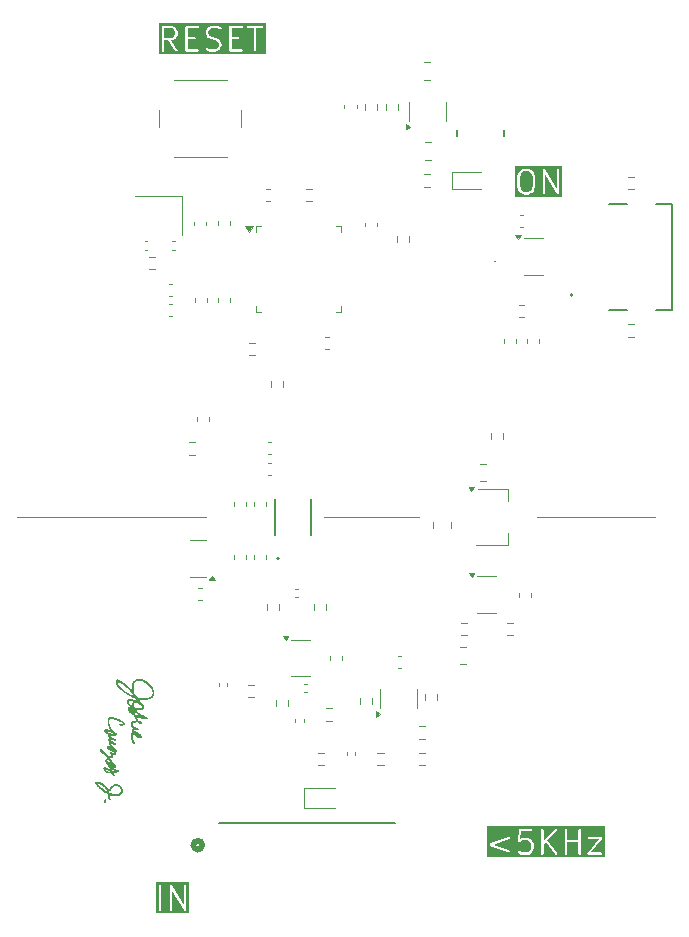
<source format=gbr>
%TF.GenerationSoftware,KiCad,Pcbnew,9.0.0*%
%TF.CreationDate,2025-02-25T08:09:40-06:00*%
%TF.ProjectId,Fatigue Test Board,46617469-6775-4652-9054-65737420426f,-*%
%TF.SameCoordinates,Original*%
%TF.FileFunction,Legend,Top*%
%TF.FilePolarity,Positive*%
%FSLAX46Y46*%
G04 Gerber Fmt 4.6, Leading zero omitted, Abs format (unit mm)*
G04 Created by KiCad (PCBNEW 9.0.0) date 2025-02-25 08:09:40*
%MOMM*%
%LPD*%
G01*
G04 APERTURE LIST*
%ADD10C,0.100000*%
%ADD11C,0.200000*%
%ADD12C,0.152400*%
%ADD13C,0.508000*%
%ADD14C,0.120000*%
%ADD15C,0.127000*%
%ADD16C,0.000000*%
G04 APERTURE END LIST*
D10*
X141965000Y-99432500D02*
X149965000Y-99432500D01*
X115965000Y-99432500D02*
X131965000Y-99432500D01*
X159965000Y-99432500D02*
X169965000Y-99432500D01*
D11*
G36*
X130490228Y-132999316D02*
G01*
X127750546Y-132999316D01*
X127750546Y-130677338D01*
X127972768Y-130677338D01*
X127972768Y-132677338D01*
X127974689Y-132696847D01*
X127989621Y-132732895D01*
X128017211Y-132760485D01*
X128053259Y-132775417D01*
X128092277Y-132775417D01*
X128128325Y-132760485D01*
X128155915Y-132732895D01*
X128170847Y-132696847D01*
X128172768Y-132677338D01*
X128172768Y-130677338D01*
X128925149Y-130677338D01*
X128925149Y-132677338D01*
X128927070Y-132696847D01*
X128942002Y-132732895D01*
X128969592Y-132760485D01*
X129005640Y-132775417D01*
X129044658Y-132775417D01*
X129080706Y-132760485D01*
X129108296Y-132732895D01*
X129123228Y-132696847D01*
X129125149Y-132677338D01*
X129125149Y-131053894D01*
X130081182Y-132726952D01*
X130084100Y-132731062D01*
X130084859Y-132732895D01*
X130086725Y-132734761D01*
X130092529Y-132742937D01*
X130103043Y-132751079D01*
X130112449Y-132760485D01*
X130118339Y-132762924D01*
X130123378Y-132766827D01*
X130136206Y-132770325D01*
X130148497Y-132775417D01*
X130154872Y-132775417D01*
X130161021Y-132777094D01*
X130174212Y-132775417D01*
X130187515Y-132775417D01*
X130193406Y-132772976D01*
X130199728Y-132772173D01*
X130211273Y-132765575D01*
X130223563Y-132760485D01*
X130228070Y-132755977D01*
X130233605Y-132752815D01*
X130241747Y-132742300D01*
X130251153Y-132732895D01*
X130253592Y-132727004D01*
X130257495Y-132721966D01*
X130260993Y-132709138D01*
X130266085Y-132696847D01*
X130267067Y-132686867D01*
X130267762Y-132684322D01*
X130267511Y-132682355D01*
X130268006Y-132677338D01*
X130268006Y-130677338D01*
X130266085Y-130657829D01*
X130251153Y-130621781D01*
X130223563Y-130594191D01*
X130187515Y-130579259D01*
X130148497Y-130579259D01*
X130112449Y-130594191D01*
X130084859Y-130621781D01*
X130069927Y-130657829D01*
X130068006Y-130677338D01*
X130068006Y-132300781D01*
X129111973Y-130627724D01*
X129109054Y-130623613D01*
X129108296Y-130621781D01*
X129106429Y-130619914D01*
X129100626Y-130611739D01*
X129090111Y-130603596D01*
X129080706Y-130594191D01*
X129074815Y-130591751D01*
X129069777Y-130587849D01*
X129056948Y-130584350D01*
X129044658Y-130579259D01*
X129038283Y-130579259D01*
X129032134Y-130577582D01*
X129018941Y-130579259D01*
X129005640Y-130579259D01*
X128999751Y-130581698D01*
X128993427Y-130582502D01*
X128981877Y-130589102D01*
X128969592Y-130594191D01*
X128965084Y-130598698D01*
X128959550Y-130601861D01*
X128951407Y-130612375D01*
X128942002Y-130621781D01*
X128939562Y-130627671D01*
X128935660Y-130632710D01*
X128932161Y-130645538D01*
X128927070Y-130657829D01*
X128926087Y-130667806D01*
X128925393Y-130670353D01*
X128925643Y-130672320D01*
X128925149Y-130677338D01*
X128172768Y-130677338D01*
X128170847Y-130657829D01*
X128155915Y-130621781D01*
X128128325Y-130594191D01*
X128092277Y-130579259D01*
X128053259Y-130579259D01*
X128017211Y-130594191D01*
X127989621Y-130621781D01*
X127974689Y-130657829D01*
X127972768Y-130677338D01*
X127750546Y-130677338D01*
X127750546Y-130355360D01*
X130490228Y-130355360D01*
X130490228Y-132999316D01*
G37*
G36*
X165728028Y-128249560D02*
G01*
X155751862Y-128249560D01*
X155751862Y-127149262D01*
X155974084Y-127149262D01*
X155974633Y-127165433D01*
X155974084Y-127181604D01*
X155975291Y-127184823D01*
X155975408Y-127188258D01*
X155982099Y-127202979D01*
X155987784Y-127218138D01*
X155990132Y-127220651D01*
X155991554Y-127223779D01*
X156003371Y-127234821D01*
X156014422Y-127246648D01*
X156017551Y-127248070D01*
X156020063Y-127250417D01*
X156037656Y-127259066D01*
X157561466Y-127830494D01*
X157580407Y-127835545D01*
X157619403Y-127834221D01*
X157654924Y-127818076D01*
X157681563Y-127789566D01*
X157695263Y-127753032D01*
X157693939Y-127714036D01*
X157677793Y-127678516D01*
X157649283Y-127651877D01*
X157631691Y-127643228D01*
X156357568Y-127165432D01*
X157093729Y-126889372D01*
X158354187Y-126889372D01*
X158355641Y-126894193D01*
X158355642Y-126899229D01*
X158361236Y-126912735D01*
X158365458Y-126926727D01*
X158368645Y-126930622D01*
X158370573Y-126935277D01*
X158380913Y-126945617D01*
X158390165Y-126956925D01*
X158394600Y-126959304D01*
X158398163Y-126962867D01*
X158411673Y-126968462D01*
X158424549Y-126975370D01*
X158429558Y-126975870D01*
X158434211Y-126977798D01*
X158448827Y-126977797D01*
X158463373Y-126979252D01*
X158468194Y-126977797D01*
X158473230Y-126977797D01*
X158486736Y-126972202D01*
X158500728Y-126967981D01*
X158504623Y-126964793D01*
X158509278Y-126962866D01*
X158524431Y-126950429D01*
X158608193Y-126866665D01*
X158763042Y-126789242D01*
X159192018Y-126789242D01*
X159346865Y-126866665D01*
X159419153Y-126938955D01*
X159496577Y-127093802D01*
X159496577Y-127522777D01*
X159419153Y-127677624D01*
X159346865Y-127749914D01*
X159192018Y-127827338D01*
X158763042Y-127827338D01*
X158608193Y-127749914D01*
X158524431Y-127666151D01*
X158509278Y-127653714D01*
X158473230Y-127638783D01*
X158434211Y-127638782D01*
X158398163Y-127653713D01*
X158370573Y-127681303D01*
X158355642Y-127717351D01*
X158355641Y-127756370D01*
X158370572Y-127792418D01*
X158383009Y-127807571D01*
X158478247Y-127902811D01*
X158485915Y-127909104D01*
X158487646Y-127911100D01*
X158490653Y-127912993D01*
X158493400Y-127915247D01*
X158495840Y-127916257D01*
X158504237Y-127921543D01*
X158694713Y-128016781D01*
X158713021Y-128023787D01*
X158716604Y-128024041D01*
X158719925Y-128025417D01*
X158739434Y-128027338D01*
X159215625Y-128027338D01*
X159235134Y-128025417D01*
X159238454Y-128024041D01*
X159242038Y-128023787D01*
X159260346Y-128016781D01*
X159450823Y-127921543D01*
X159459220Y-127916257D01*
X159461659Y-127915247D01*
X159464403Y-127912994D01*
X159467413Y-127911100D01*
X159469145Y-127909102D01*
X159476812Y-127902810D01*
X159572050Y-127807571D01*
X159578342Y-127799904D01*
X159580339Y-127798173D01*
X159582232Y-127795165D01*
X159584487Y-127792418D01*
X159585498Y-127789976D01*
X159590782Y-127781582D01*
X159686020Y-127591106D01*
X159693026Y-127572798D01*
X159693280Y-127569214D01*
X159694656Y-127565894D01*
X159696577Y-127546385D01*
X159696577Y-127070195D01*
X159694656Y-127050686D01*
X159693280Y-127047365D01*
X159693026Y-127043782D01*
X159686020Y-127025474D01*
X159590782Y-126834998D01*
X159585498Y-126826603D01*
X159584487Y-126824162D01*
X159582232Y-126821414D01*
X159580339Y-126818407D01*
X159578342Y-126816675D01*
X159572050Y-126809009D01*
X159476812Y-126713770D01*
X159469145Y-126707477D01*
X159467413Y-126705480D01*
X159464403Y-126703585D01*
X159461659Y-126701333D01*
X159459220Y-126700322D01*
X159450823Y-126695037D01*
X159260346Y-126599799D01*
X159242038Y-126592793D01*
X159238454Y-126592538D01*
X159235134Y-126591163D01*
X159215625Y-126589242D01*
X158739434Y-126589242D01*
X158719925Y-126591163D01*
X158716604Y-126592538D01*
X158713021Y-126592793D01*
X158694713Y-126599799D01*
X158576289Y-126659010D01*
X158639457Y-126027338D01*
X159501339Y-126027338D01*
X159520848Y-126025417D01*
X159556896Y-126010485D01*
X159584486Y-125982895D01*
X159599418Y-125946847D01*
X159599418Y-125927338D01*
X160353720Y-125927338D01*
X160353720Y-127927338D01*
X160355641Y-127946847D01*
X160370573Y-127982895D01*
X160398163Y-128010485D01*
X160434211Y-128025417D01*
X160473229Y-128025417D01*
X160509277Y-128010485D01*
X160536867Y-127982895D01*
X160551799Y-127946847D01*
X160553720Y-127927338D01*
X160553720Y-127111617D01*
X160728615Y-126936721D01*
X161516577Y-127987338D01*
X161529819Y-128001792D01*
X161563393Y-128021672D01*
X161602019Y-128027190D01*
X161639817Y-128017506D01*
X161671031Y-127994096D01*
X161690911Y-127960521D01*
X161696429Y-127921895D01*
X161686745Y-127884098D01*
X161676577Y-127867338D01*
X160871472Y-126793864D01*
X161667288Y-125998049D01*
X161679724Y-125982895D01*
X161694656Y-125946847D01*
X161694656Y-125927338D01*
X162353720Y-125927338D01*
X162353720Y-127927338D01*
X162355641Y-127946847D01*
X162370573Y-127982895D01*
X162398163Y-128010485D01*
X162434211Y-128025417D01*
X162473229Y-128025417D01*
X162509277Y-128010485D01*
X162536867Y-127982895D01*
X162551799Y-127946847D01*
X162553720Y-127927338D01*
X162553720Y-126979719D01*
X163496577Y-126979719D01*
X163496577Y-127927338D01*
X163498498Y-127946847D01*
X163513430Y-127982895D01*
X163541020Y-128010485D01*
X163577068Y-128025417D01*
X163616086Y-128025417D01*
X163652134Y-128010485D01*
X163679724Y-127982895D01*
X163694656Y-127946847D01*
X163696577Y-127927338D01*
X163696577Y-127919654D01*
X164258778Y-127919654D01*
X164260403Y-127933195D01*
X164260403Y-127946847D01*
X164262709Y-127952415D01*
X164263427Y-127958394D01*
X164270112Y-127970287D01*
X164275335Y-127982895D01*
X164279593Y-127987153D01*
X164282546Y-127992406D01*
X164293278Y-128000838D01*
X164302925Y-128010485D01*
X164308490Y-128012790D01*
X164313227Y-128016512D01*
X164326363Y-128020193D01*
X164338973Y-128025417D01*
X164348264Y-128026331D01*
X164350798Y-128027042D01*
X164352906Y-128026788D01*
X164358482Y-128027338D01*
X165406101Y-128027338D01*
X165425610Y-128025417D01*
X165461658Y-128010485D01*
X165489248Y-127982895D01*
X165504180Y-127946847D01*
X165504180Y-127907829D01*
X165489248Y-127871781D01*
X165461658Y-127844191D01*
X165425610Y-127829259D01*
X165406101Y-127827338D01*
X164564228Y-127827338D01*
X165484733Y-126655786D01*
X165487745Y-126651063D01*
X165489248Y-126649561D01*
X165490255Y-126647129D01*
X165495276Y-126639259D01*
X165498959Y-126626115D01*
X165504180Y-126613513D01*
X165504180Y-126607489D01*
X165505806Y-126601688D01*
X165504180Y-126588138D01*
X165504180Y-126574495D01*
X165501874Y-126568930D01*
X165501157Y-126562948D01*
X165494467Y-126551048D01*
X165489248Y-126538447D01*
X165484991Y-126534190D01*
X165482037Y-126528935D01*
X165471299Y-126520498D01*
X165461658Y-126510857D01*
X165456095Y-126508552D01*
X165451356Y-126504829D01*
X165438211Y-126501144D01*
X165425610Y-126495925D01*
X165416325Y-126495010D01*
X165413786Y-126494299D01*
X165411672Y-126494552D01*
X165406101Y-126494004D01*
X164358482Y-126494004D01*
X164338973Y-126495925D01*
X164302925Y-126510857D01*
X164275335Y-126538447D01*
X164260403Y-126574495D01*
X164260403Y-126613513D01*
X164275335Y-126649561D01*
X164302925Y-126677151D01*
X164338973Y-126692083D01*
X164358482Y-126694004D01*
X165200355Y-126694004D01*
X164279850Y-127865556D01*
X164276838Y-127870278D01*
X164275335Y-127871781D01*
X164274326Y-127874214D01*
X164269308Y-127882083D01*
X164265626Y-127895219D01*
X164260403Y-127907829D01*
X164260403Y-127913856D01*
X164258778Y-127919654D01*
X163696577Y-127919654D01*
X163696577Y-125927338D01*
X163694656Y-125907829D01*
X163679724Y-125871781D01*
X163652134Y-125844191D01*
X163616086Y-125829259D01*
X163577068Y-125829259D01*
X163541020Y-125844191D01*
X163513430Y-125871781D01*
X163498498Y-125907829D01*
X163496577Y-125927338D01*
X163496577Y-126779719D01*
X162553720Y-126779719D01*
X162553720Y-125927338D01*
X162551799Y-125907829D01*
X162536867Y-125871781D01*
X162509277Y-125844191D01*
X162473229Y-125829259D01*
X162434211Y-125829259D01*
X162398163Y-125844191D01*
X162370573Y-125871781D01*
X162355641Y-125907829D01*
X162353720Y-125927338D01*
X161694656Y-125927338D01*
X161694656Y-125907829D01*
X161679724Y-125871781D01*
X161652134Y-125844191D01*
X161616086Y-125829259D01*
X161577068Y-125829259D01*
X161541020Y-125844191D01*
X161525866Y-125856627D01*
X160553720Y-126828773D01*
X160553720Y-125927338D01*
X160551799Y-125907829D01*
X160536867Y-125871781D01*
X160509277Y-125844191D01*
X160473229Y-125829259D01*
X160434211Y-125829259D01*
X160398163Y-125844191D01*
X160370573Y-125871781D01*
X160355641Y-125907829D01*
X160353720Y-125927338D01*
X159599418Y-125927338D01*
X159599418Y-125907829D01*
X159584486Y-125871781D01*
X159556896Y-125844191D01*
X159520848Y-125829259D01*
X159501339Y-125827338D01*
X158548958Y-125827338D01*
X158541741Y-125828048D01*
X158539305Y-125827805D01*
X158536926Y-125828522D01*
X158529449Y-125829259D01*
X158515939Y-125834855D01*
X158501950Y-125839076D01*
X158498053Y-125842263D01*
X158493401Y-125844191D01*
X158483064Y-125854527D01*
X158471752Y-125863783D01*
X158469371Y-125868220D01*
X158465811Y-125871781D01*
X158460216Y-125885286D01*
X158453307Y-125898167D01*
X158451830Y-125905531D01*
X158450879Y-125907829D01*
X158450879Y-125910279D01*
X158449454Y-125917388D01*
X158354216Y-126869769D01*
X158354187Y-126889372D01*
X157093729Y-126889372D01*
X157631690Y-126687637D01*
X157649283Y-126678988D01*
X157677793Y-126652350D01*
X157693938Y-126616829D01*
X157695262Y-126577833D01*
X157681562Y-126541299D01*
X157654924Y-126512789D01*
X157619403Y-126496644D01*
X157580407Y-126495320D01*
X157561466Y-126500371D01*
X156037656Y-127071800D01*
X156020063Y-127080449D01*
X156017549Y-127082797D01*
X156014422Y-127084219D01*
X156003379Y-127096036D01*
X155991553Y-127107087D01*
X155990130Y-127110216D01*
X155987784Y-127112728D01*
X155982101Y-127127880D01*
X155975408Y-127142608D01*
X155975291Y-127146042D01*
X155974084Y-127149262D01*
X155751862Y-127149262D01*
X155751862Y-125605116D01*
X165728028Y-125605116D01*
X165728028Y-128249560D01*
G37*
G36*
X159403412Y-70204761D02*
G01*
X159562828Y-70364176D01*
X159648363Y-70706313D01*
X159648363Y-71348361D01*
X159562828Y-71690498D01*
X159403413Y-71849914D01*
X159248566Y-71927338D01*
X158914828Y-71927338D01*
X158759980Y-71849914D01*
X158600564Y-71690498D01*
X158515030Y-71348361D01*
X158515030Y-70706314D01*
X158600564Y-70364177D01*
X158759979Y-70204762D01*
X158914828Y-70127338D01*
X159248566Y-70127338D01*
X159403412Y-70204761D01*
G37*
G36*
X162070585Y-72349560D02*
G01*
X158092808Y-72349560D01*
X158092808Y-70694004D01*
X158315030Y-70694004D01*
X158315030Y-71360671D01*
X158315365Y-71364073D01*
X158315148Y-71365532D01*
X158316227Y-71372829D01*
X158316951Y-71380180D01*
X158317515Y-71381543D01*
X158318016Y-71384925D01*
X158413254Y-71765876D01*
X158419849Y-71784337D01*
X158424275Y-71790311D01*
X158427121Y-71797180D01*
X158439557Y-71812333D01*
X158630033Y-72002810D01*
X158637699Y-72009102D01*
X158639432Y-72011100D01*
X158642440Y-72012993D01*
X158645186Y-72015247D01*
X158647626Y-72016257D01*
X158656023Y-72021543D01*
X158846499Y-72116781D01*
X158864807Y-72123787D01*
X158868390Y-72124041D01*
X158871711Y-72125417D01*
X158891220Y-72127338D01*
X159272173Y-72127338D01*
X159291682Y-72125417D01*
X159295002Y-72124041D01*
X159298586Y-72123787D01*
X159316894Y-72116781D01*
X159507371Y-72021543D01*
X159515768Y-72016257D01*
X159518207Y-72015247D01*
X159520951Y-72012994D01*
X159523961Y-72011100D01*
X159525693Y-72009102D01*
X159533360Y-72002810D01*
X159723836Y-71812334D01*
X159736272Y-71797180D01*
X159739116Y-71790312D01*
X159743544Y-71784337D01*
X159750139Y-71765877D01*
X159845377Y-71384925D01*
X159845877Y-71381543D01*
X159846442Y-71380180D01*
X159847165Y-71372829D01*
X159848245Y-71365532D01*
X159848027Y-71364073D01*
X159848363Y-71360671D01*
X159848363Y-70694004D01*
X159848027Y-70690601D01*
X159848245Y-70689143D01*
X159847165Y-70681845D01*
X159846442Y-70674495D01*
X159845877Y-70673131D01*
X159845377Y-70669750D01*
X159750139Y-70288798D01*
X159743544Y-70270338D01*
X159739117Y-70264363D01*
X159736272Y-70257495D01*
X159723836Y-70242342D01*
X159533360Y-70051865D01*
X159525693Y-70045573D01*
X159523961Y-70043576D01*
X159520949Y-70041680D01*
X159518206Y-70039429D01*
X159515769Y-70038419D01*
X159507371Y-70033133D01*
X159495781Y-70027338D01*
X160505506Y-70027338D01*
X160505506Y-72027338D01*
X160507427Y-72046847D01*
X160522359Y-72082895D01*
X160549949Y-72110485D01*
X160585997Y-72125417D01*
X160625015Y-72125417D01*
X160661063Y-72110485D01*
X160688653Y-72082895D01*
X160703585Y-72046847D01*
X160705506Y-72027338D01*
X160705506Y-70403894D01*
X161661539Y-72076952D01*
X161664457Y-72081062D01*
X161665216Y-72082895D01*
X161667082Y-72084761D01*
X161672886Y-72092937D01*
X161683400Y-72101079D01*
X161692806Y-72110485D01*
X161698696Y-72112924D01*
X161703735Y-72116827D01*
X161716563Y-72120325D01*
X161728854Y-72125417D01*
X161735229Y-72125417D01*
X161741378Y-72127094D01*
X161754569Y-72125417D01*
X161767872Y-72125417D01*
X161773763Y-72122976D01*
X161780085Y-72122173D01*
X161791630Y-72115575D01*
X161803920Y-72110485D01*
X161808427Y-72105977D01*
X161813962Y-72102815D01*
X161822104Y-72092300D01*
X161831510Y-72082895D01*
X161833949Y-72077004D01*
X161837852Y-72071966D01*
X161841350Y-72059138D01*
X161846442Y-72046847D01*
X161847424Y-72036867D01*
X161848119Y-72034322D01*
X161847868Y-72032355D01*
X161848363Y-72027338D01*
X161848363Y-70027338D01*
X161846442Y-70007829D01*
X161831510Y-69971781D01*
X161803920Y-69944191D01*
X161767872Y-69929259D01*
X161728854Y-69929259D01*
X161692806Y-69944191D01*
X161665216Y-69971781D01*
X161650284Y-70007829D01*
X161648363Y-70027338D01*
X161648363Y-71650781D01*
X160692330Y-69977724D01*
X160689411Y-69973613D01*
X160688653Y-69971781D01*
X160686786Y-69969914D01*
X160680983Y-69961739D01*
X160670468Y-69953596D01*
X160661063Y-69944191D01*
X160655172Y-69941751D01*
X160650134Y-69937849D01*
X160637305Y-69934350D01*
X160625015Y-69929259D01*
X160618640Y-69929259D01*
X160612491Y-69927582D01*
X160599298Y-69929259D01*
X160585997Y-69929259D01*
X160580108Y-69931698D01*
X160573784Y-69932502D01*
X160562234Y-69939102D01*
X160549949Y-69944191D01*
X160545441Y-69948698D01*
X160539907Y-69951861D01*
X160531764Y-69962375D01*
X160522359Y-69971781D01*
X160519919Y-69977671D01*
X160516017Y-69982710D01*
X160512518Y-69995538D01*
X160507427Y-70007829D01*
X160506444Y-70017806D01*
X160505750Y-70020353D01*
X160506000Y-70022320D01*
X160505506Y-70027338D01*
X159495781Y-70027338D01*
X159316894Y-69937895D01*
X159298586Y-69930889D01*
X159295002Y-69930634D01*
X159291682Y-69929259D01*
X159272173Y-69927338D01*
X158891220Y-69927338D01*
X158871711Y-69929259D01*
X158868390Y-69930634D01*
X158864807Y-69930889D01*
X158846499Y-69937895D01*
X158656023Y-70033133D01*
X158647624Y-70038419D01*
X158645187Y-70039429D01*
X158642444Y-70041680D01*
X158639432Y-70043576D01*
X158637698Y-70045574D01*
X158630034Y-70051865D01*
X158439557Y-70242341D01*
X158427121Y-70257495D01*
X158424275Y-70264363D01*
X158419849Y-70270338D01*
X158413254Y-70288799D01*
X158318016Y-70669750D01*
X158317515Y-70673131D01*
X158316951Y-70674495D01*
X158316227Y-70681845D01*
X158315148Y-70689143D01*
X158315365Y-70690601D01*
X158315030Y-70694004D01*
X158092808Y-70694004D01*
X158092808Y-69705116D01*
X162070585Y-69705116D01*
X162070585Y-72349560D01*
G37*
G36*
X129215912Y-58104761D02*
G01*
X129288201Y-58177050D01*
X129365625Y-58331897D01*
X129365625Y-58570396D01*
X129288201Y-58725243D01*
X129215913Y-58797533D01*
X129061066Y-58874957D01*
X128422768Y-58874957D01*
X128422768Y-58027338D01*
X129061066Y-58027338D01*
X129215912Y-58104761D01*
G37*
G36*
X137024022Y-60249560D02*
G01*
X128000546Y-60249560D01*
X128000546Y-57927338D01*
X128222768Y-57927338D01*
X128222768Y-59927338D01*
X128224689Y-59946847D01*
X128239621Y-59982895D01*
X128267211Y-60010485D01*
X128303259Y-60025417D01*
X128342277Y-60025417D01*
X128378325Y-60010485D01*
X128405915Y-59982895D01*
X128420847Y-59946847D01*
X128422768Y-59927338D01*
X128422768Y-59074957D01*
X128746893Y-59074957D01*
X129383702Y-59984684D01*
X129396463Y-59999565D01*
X129429368Y-60020533D01*
X129467792Y-60027314D01*
X129505887Y-60018875D01*
X129537852Y-59996499D01*
X129558821Y-59963595D01*
X129565601Y-59925170D01*
X129557162Y-59887075D01*
X129547548Y-59869991D01*
X128991023Y-59074957D01*
X129084673Y-59074957D01*
X129104182Y-59073036D01*
X129107502Y-59071660D01*
X129111086Y-59071406D01*
X129129394Y-59064400D01*
X129319871Y-58969162D01*
X129328268Y-58963876D01*
X129330707Y-58962866D01*
X129333451Y-58960613D01*
X129336461Y-58958719D01*
X129338193Y-58956721D01*
X129345860Y-58950429D01*
X129441098Y-58855190D01*
X129447390Y-58847523D01*
X129449387Y-58845792D01*
X129451280Y-58842784D01*
X129453535Y-58840037D01*
X129454546Y-58837595D01*
X129459830Y-58829201D01*
X129555068Y-58638725D01*
X129562074Y-58620417D01*
X129562328Y-58616833D01*
X129563704Y-58613513D01*
X129565625Y-58594004D01*
X129565625Y-58308290D01*
X129563704Y-58288781D01*
X129562328Y-58285460D01*
X129562074Y-58281877D01*
X129555068Y-58263569D01*
X129459830Y-58073093D01*
X129454543Y-58064694D01*
X129453534Y-58062257D01*
X129451282Y-58059513D01*
X129449387Y-58056502D01*
X129447389Y-58054769D01*
X129441098Y-58047103D01*
X129345860Y-57951865D01*
X129338193Y-57945573D01*
X129336461Y-57943576D01*
X129333449Y-57941680D01*
X129330706Y-57939429D01*
X129328269Y-57938419D01*
X129319871Y-57933133D01*
X129308281Y-57927338D01*
X130222768Y-57927338D01*
X130222768Y-59927338D01*
X130224689Y-59946847D01*
X130239621Y-59982895D01*
X130267211Y-60010485D01*
X130303259Y-60025417D01*
X130322768Y-60027338D01*
X131275149Y-60027338D01*
X131294658Y-60025417D01*
X131330706Y-60010485D01*
X131358296Y-59982895D01*
X131373228Y-59946847D01*
X131373228Y-59907829D01*
X131358296Y-59871781D01*
X131330706Y-59844191D01*
X131294658Y-59829259D01*
X131275149Y-59827338D01*
X130422768Y-59827338D01*
X130422768Y-58979719D01*
X130989435Y-58979719D01*
X131008944Y-58977798D01*
X131044992Y-58962866D01*
X131072582Y-58935276D01*
X131087514Y-58899228D01*
X131087514Y-58860210D01*
X131072582Y-58824162D01*
X131044992Y-58796572D01*
X131008944Y-58781640D01*
X130989435Y-58779719D01*
X130422768Y-58779719D01*
X130422768Y-58308290D01*
X131937054Y-58308290D01*
X131937054Y-58498766D01*
X131938975Y-58518275D01*
X131940350Y-58521595D01*
X131940605Y-58525179D01*
X131947611Y-58543487D01*
X132042849Y-58733964D01*
X132048135Y-58742362D01*
X132049145Y-58744799D01*
X132051396Y-58747542D01*
X132053292Y-58750554D01*
X132055289Y-58752286D01*
X132061581Y-58759953D01*
X132156819Y-58855191D01*
X132164485Y-58861482D01*
X132166218Y-58863480D01*
X132169229Y-58865375D01*
X132171973Y-58867627D01*
X132174409Y-58868636D01*
X132182808Y-58873923D01*
X132373284Y-58969161D01*
X132374709Y-58969706D01*
X132375292Y-58970138D01*
X132383485Y-58973065D01*
X132391593Y-58976168D01*
X132392313Y-58976219D01*
X132393752Y-58976733D01*
X132764055Y-59069308D01*
X132930198Y-59152380D01*
X133002487Y-59224669D01*
X133079911Y-59379516D01*
X133079911Y-59522777D01*
X133002487Y-59677624D01*
X132930199Y-59749914D01*
X132775352Y-59827338D01*
X132338995Y-59827338D01*
X132068677Y-59737232D01*
X132049561Y-59732885D01*
X132010641Y-59735651D01*
X131975742Y-59753101D01*
X131950177Y-59782577D01*
X131937839Y-59819593D01*
X131940605Y-59858513D01*
X131958055Y-59893412D01*
X131987531Y-59918977D01*
X132005431Y-59926968D01*
X132291145Y-60022206D01*
X132300816Y-60024405D01*
X132303259Y-60025417D01*
X132306797Y-60025765D01*
X132310261Y-60026553D01*
X132312894Y-60026365D01*
X132322768Y-60027338D01*
X132798959Y-60027338D01*
X132818468Y-60025417D01*
X132821788Y-60024041D01*
X132825372Y-60023787D01*
X132843680Y-60016781D01*
X133034157Y-59921543D01*
X133042554Y-59916257D01*
X133044993Y-59915247D01*
X133047737Y-59912994D01*
X133050747Y-59911100D01*
X133052479Y-59909102D01*
X133060146Y-59902810D01*
X133155384Y-59807571D01*
X133161676Y-59799904D01*
X133163673Y-59798173D01*
X133165566Y-59795165D01*
X133167821Y-59792418D01*
X133168832Y-59789976D01*
X133174116Y-59781582D01*
X133269354Y-59591106D01*
X133276360Y-59572798D01*
X133276614Y-59569214D01*
X133277990Y-59565894D01*
X133279911Y-59546385D01*
X133279911Y-59355909D01*
X133277990Y-59336400D01*
X133276614Y-59333079D01*
X133276360Y-59329496D01*
X133269354Y-59311188D01*
X133174116Y-59120712D01*
X133168829Y-59112313D01*
X133167820Y-59109876D01*
X133165568Y-59107132D01*
X133163673Y-59104121D01*
X133161675Y-59102388D01*
X133155384Y-59094722D01*
X133060146Y-58999484D01*
X133052479Y-58993192D01*
X133050747Y-58991195D01*
X133047735Y-58989299D01*
X133044992Y-58987048D01*
X133042555Y-58986038D01*
X133034157Y-58980752D01*
X132843680Y-58885514D01*
X132842253Y-58884968D01*
X132841673Y-58884538D01*
X132833496Y-58881616D01*
X132825372Y-58878508D01*
X132824649Y-58878456D01*
X132823212Y-58877943D01*
X132452912Y-58785368D01*
X132286766Y-58702294D01*
X132214477Y-58630005D01*
X132137054Y-58475159D01*
X132137054Y-58331897D01*
X132214477Y-58177051D01*
X132286766Y-58104761D01*
X132441614Y-58027338D01*
X132877970Y-58027338D01*
X133148288Y-58117444D01*
X133167404Y-58121791D01*
X133206324Y-58119025D01*
X133241223Y-58101575D01*
X133266788Y-58072099D01*
X133279126Y-58035083D01*
X133276360Y-57996163D01*
X133258910Y-57961264D01*
X133229434Y-57935699D01*
X133211534Y-57927708D01*
X133210424Y-57927338D01*
X133937054Y-57927338D01*
X133937054Y-59927338D01*
X133938975Y-59946847D01*
X133953907Y-59982895D01*
X133981497Y-60010485D01*
X134017545Y-60025417D01*
X134037054Y-60027338D01*
X134989435Y-60027338D01*
X135008944Y-60025417D01*
X135044992Y-60010485D01*
X135072582Y-59982895D01*
X135087514Y-59946847D01*
X135087514Y-59907829D01*
X135072582Y-59871781D01*
X135044992Y-59844191D01*
X135008944Y-59829259D01*
X134989435Y-59827338D01*
X134137054Y-59827338D01*
X134137054Y-58979719D01*
X134703721Y-58979719D01*
X134723230Y-58977798D01*
X134759278Y-58962866D01*
X134786868Y-58935276D01*
X134801800Y-58899228D01*
X134801800Y-58860210D01*
X134786868Y-58824162D01*
X134759278Y-58796572D01*
X134723230Y-58781640D01*
X134703721Y-58779719D01*
X134137054Y-58779719D01*
X134137054Y-58027338D01*
X134989435Y-58027338D01*
X135008944Y-58025417D01*
X135044992Y-58010485D01*
X135072582Y-57982895D01*
X135087514Y-57946847D01*
X135087514Y-57907829D01*
X135462785Y-57907829D01*
X135462785Y-57946847D01*
X135477717Y-57982895D01*
X135505307Y-58010485D01*
X135541355Y-58025417D01*
X135560864Y-58027338D01*
X136032292Y-58027338D01*
X136032292Y-59927338D01*
X136034213Y-59946847D01*
X136049145Y-59982895D01*
X136076735Y-60010485D01*
X136112783Y-60025417D01*
X136151801Y-60025417D01*
X136187849Y-60010485D01*
X136215439Y-59982895D01*
X136230371Y-59946847D01*
X136232292Y-59927338D01*
X136232292Y-58027338D01*
X136703721Y-58027338D01*
X136723230Y-58025417D01*
X136759278Y-58010485D01*
X136786868Y-57982895D01*
X136801800Y-57946847D01*
X136801800Y-57907829D01*
X136786868Y-57871781D01*
X136759278Y-57844191D01*
X136723230Y-57829259D01*
X136703721Y-57827338D01*
X135560864Y-57827338D01*
X135541355Y-57829259D01*
X135505307Y-57844191D01*
X135477717Y-57871781D01*
X135462785Y-57907829D01*
X135087514Y-57907829D01*
X135072582Y-57871781D01*
X135044992Y-57844191D01*
X135008944Y-57829259D01*
X134989435Y-57827338D01*
X134037054Y-57827338D01*
X134017545Y-57829259D01*
X133981497Y-57844191D01*
X133953907Y-57871781D01*
X133938975Y-57907829D01*
X133937054Y-57927338D01*
X133210424Y-57927338D01*
X132925820Y-57832470D01*
X132916148Y-57830270D01*
X132913706Y-57829259D01*
X132910167Y-57828910D01*
X132906704Y-57828123D01*
X132904070Y-57828310D01*
X132894197Y-57827338D01*
X132418006Y-57827338D01*
X132398497Y-57829259D01*
X132395176Y-57830634D01*
X132391593Y-57830889D01*
X132373285Y-57837895D01*
X132182809Y-57933133D01*
X132174410Y-57938419D01*
X132171973Y-57939429D01*
X132169229Y-57941680D01*
X132166218Y-57943576D01*
X132164485Y-57945573D01*
X132156819Y-57951865D01*
X132061581Y-58047103D01*
X132055289Y-58054769D01*
X132053292Y-58056502D01*
X132051396Y-58059513D01*
X132049145Y-58062257D01*
X132048135Y-58064693D01*
X132042849Y-58073092D01*
X131947611Y-58263569D01*
X131940605Y-58281877D01*
X131940350Y-58285460D01*
X131938975Y-58288781D01*
X131937054Y-58308290D01*
X130422768Y-58308290D01*
X130422768Y-58027338D01*
X131275149Y-58027338D01*
X131294658Y-58025417D01*
X131330706Y-58010485D01*
X131358296Y-57982895D01*
X131373228Y-57946847D01*
X131373228Y-57907829D01*
X131358296Y-57871781D01*
X131330706Y-57844191D01*
X131294658Y-57829259D01*
X131275149Y-57827338D01*
X130322768Y-57827338D01*
X130303259Y-57829259D01*
X130267211Y-57844191D01*
X130239621Y-57871781D01*
X130224689Y-57907829D01*
X130222768Y-57927338D01*
X129308281Y-57927338D01*
X129129394Y-57837895D01*
X129111086Y-57830889D01*
X129107502Y-57830634D01*
X129104182Y-57829259D01*
X129084673Y-57827338D01*
X128322768Y-57827338D01*
X128303259Y-57829259D01*
X128267211Y-57844191D01*
X128239621Y-57871781D01*
X128224689Y-57907829D01*
X128222768Y-57927338D01*
X128000546Y-57927338D01*
X128000546Y-57605116D01*
X137024022Y-57605116D01*
X137024022Y-60249560D01*
G37*
D12*
%TO.C,J300*%
X147962300Y-125303903D02*
X133052500Y-125303903D01*
D13*
X131655500Y-127210903D02*
G75*
G02*
X130893500Y-127210903I-381000J0D01*
G01*
X130893500Y-127210903D02*
G75*
G02*
X131655500Y-127210903I381000J0D01*
G01*
D14*
%TO.C,C207*%
X129111267Y-82442500D02*
X128818733Y-82442500D01*
X129111267Y-81422500D02*
X128818733Y-81422500D01*
%TO.C,C206*%
X129111267Y-80692500D02*
X128818733Y-80692500D01*
X129111267Y-79672500D02*
X128818733Y-79672500D01*
%TO.C,L200*%
X132067500Y-80863733D02*
X132067500Y-81206267D01*
X131047500Y-80863733D02*
X131047500Y-81206267D01*
%TO.C,R300*%
X141485276Y-119410000D02*
X141994724Y-119410000D01*
X141485276Y-120455000D02*
X141994724Y-120455000D01*
%TO.C,C201*%
X137068733Y-71672500D02*
X137361267Y-71672500D01*
X137068733Y-72692500D02*
X137361267Y-72692500D01*
%TO.C,C307*%
X136067500Y-98186233D02*
X136067500Y-98478767D01*
X137087500Y-98186233D02*
X137087500Y-98478767D01*
D15*
%TO.C,J200*%
X167582500Y-72962500D02*
X166072500Y-72962500D01*
X167582500Y-81902500D02*
X166072500Y-81902500D01*
X170072500Y-72962500D02*
X171427500Y-72962500D01*
X171427500Y-72962500D02*
X171427500Y-81902500D01*
X171427500Y-81902500D02*
X170072500Y-81902500D01*
D11*
X163027500Y-80632500D02*
G75*
G02*
X162827500Y-80632500I-100000J0D01*
G01*
X162827500Y-80632500D02*
G75*
G02*
X163027500Y-80632500I100000J0D01*
G01*
D14*
%TO.C,C310*%
X131180000Y-91266267D02*
X131180000Y-90973733D01*
X132200000Y-91266267D02*
X132200000Y-90973733D01*
%TO.C,C306*%
X134317500Y-98186233D02*
X134317500Y-98478767D01*
X135337500Y-98186233D02*
X135337500Y-98478767D01*
%TO.C,R306*%
X137105000Y-106785276D02*
X137105000Y-107294724D01*
X138150000Y-106785276D02*
X138150000Y-107294724D01*
%TO.C,C312*%
X134317500Y-102686233D02*
X134317500Y-102978767D01*
X135337500Y-102686233D02*
X135337500Y-102978767D01*
%TO.C,R304*%
X137862500Y-114910276D02*
X137862500Y-115419724D01*
X138907500Y-114910276D02*
X138907500Y-115419724D01*
%TO.C,C203*%
X142361267Y-84172500D02*
X142068733Y-84172500D01*
X142361267Y-85192500D02*
X142068733Y-85192500D01*
%TO.C,U301*%
X139997500Y-109805000D02*
X139197500Y-109805000D01*
X139997500Y-109805000D02*
X140797500Y-109805000D01*
X139997500Y-112925000D02*
X139197500Y-112925000D01*
X139997500Y-112925000D02*
X140797500Y-112925000D01*
X138697500Y-109855000D02*
X138457500Y-109525000D01*
X138937500Y-109525000D01*
X138697500Y-109855000D01*
G36*
X138697500Y-109855000D02*
G01*
X138457500Y-109525000D01*
X138937500Y-109525000D01*
X138697500Y-109855000D01*
G37*
%TO.C,C309*%
X137473767Y-93072500D02*
X137181233Y-93072500D01*
X137473767Y-94092500D02*
X137181233Y-94092500D01*
%TO.C,C205*%
X132955000Y-80923733D02*
X132955000Y-81216267D01*
X133975000Y-80923733D02*
X133975000Y-81216267D01*
%TO.C,U303*%
X131287500Y-101385000D02*
X130637500Y-101385000D01*
X131287500Y-101385000D02*
X131937500Y-101385000D01*
X131287500Y-104505000D02*
X130637500Y-104505000D01*
X131287500Y-104505000D02*
X131937500Y-104505000D01*
X132690000Y-104785000D02*
X132210000Y-104785000D01*
X132450000Y-104455000D01*
X132690000Y-104785000D01*
G36*
X132690000Y-104785000D02*
G01*
X132210000Y-104785000D01*
X132450000Y-104455000D01*
X132690000Y-104785000D01*
G37*
%TO.C,C313*%
X136067500Y-102686233D02*
X136067500Y-102978767D01*
X137087500Y-102686233D02*
X137087500Y-102978767D01*
%TO.C,R200*%
X167672776Y-83130000D02*
X168182224Y-83130000D01*
X167672776Y-84175000D02*
X168182224Y-84175000D01*
%TO.C,C102*%
X157167500Y-84368733D02*
X157167500Y-84661267D01*
X158187500Y-84368733D02*
X158187500Y-84661267D01*
%TO.C,C311*%
X131586267Y-105435000D02*
X131293733Y-105435000D01*
X131586267Y-106455000D02*
X131293733Y-106455000D01*
%TO.C,R203*%
X136132224Y-84660000D02*
X135622776Y-84660000D01*
X136132224Y-85705000D02*
X135622776Y-85705000D01*
%TO.C,D100*%
X152792500Y-70197500D02*
X152792500Y-71667500D01*
X152792500Y-71667500D02*
X155252500Y-71667500D01*
X155252500Y-70197500D02*
X152792500Y-70197500D01*
%TO.C,FL200*%
D10*
X156502500Y-77802500D02*
G75*
G02*
X156402500Y-77802500I-50000J0D01*
G01*
X156402500Y-77802500D02*
G75*
G02*
X156502500Y-77802500I50000J0D01*
G01*
D14*
%TO.C,U201*%
X159677500Y-75842500D02*
X158877500Y-75842500D01*
X159677500Y-75842500D02*
X160477500Y-75842500D01*
X159677500Y-78962500D02*
X158877500Y-78962500D01*
X159677500Y-78962500D02*
X160477500Y-78962500D01*
X158377500Y-75892500D02*
X158137500Y-75562500D01*
X158617500Y-75562500D01*
X158377500Y-75892500D01*
G36*
X158377500Y-75892500D02*
G01*
X158137500Y-75562500D01*
X158617500Y-75562500D01*
X158377500Y-75892500D01*
G37*
%TO.C,C300*%
X142455000Y-111218733D02*
X142455000Y-111511267D01*
X143475000Y-111218733D02*
X143475000Y-111511267D01*
%TO.C,SW200*%
X127965000Y-64932500D02*
X127965000Y-66432500D01*
X129215000Y-68932500D02*
X133715000Y-68932500D01*
X133715000Y-62432500D02*
X129215000Y-62432500D01*
X134965000Y-66432500D02*
X134965000Y-64932500D01*
%TO.C,C301*%
X140269165Y-113555000D02*
X140500835Y-113555000D01*
X140269165Y-114275000D02*
X140500835Y-114275000D01*
%TO.C,R303*%
X142130276Y-115642500D02*
X142639724Y-115642500D01*
X142130276Y-116687500D02*
X142639724Y-116687500D01*
%TO.C,C106*%
X150963752Y-60947500D02*
X150441248Y-60947500D01*
X150963752Y-62417500D02*
X150441248Y-62417500D01*
%TO.C,Y200*%
X129965000Y-72282500D02*
X125965000Y-72282500D01*
X129965000Y-75582500D02*
X129965000Y-72282500D01*
%TO.C,U200*%
X136192500Y-74822500D02*
X136192500Y-75272500D01*
X136192500Y-82042500D02*
X136192500Y-81592500D01*
X136642500Y-74822500D02*
X136192500Y-74822500D01*
X136642500Y-82042500D02*
X136192500Y-82042500D01*
X142962500Y-74822500D02*
X143412500Y-74822500D01*
X142962500Y-82042500D02*
X143412500Y-82042500D01*
X143412500Y-74822500D02*
X143412500Y-75272500D01*
X143412500Y-82042500D02*
X143412500Y-81592500D01*
X135602500Y-75272500D02*
X135262500Y-74802500D01*
X135942500Y-74802500D01*
X135602500Y-75272500D01*
G36*
X135602500Y-75272500D02*
G01*
X135262500Y-74802500D01*
X135942500Y-74802500D01*
X135602500Y-75272500D01*
G37*
%TO.C,C302*%
X143880000Y-119548335D02*
X143880000Y-119316665D01*
X144600000Y-119548335D02*
X144600000Y-119316665D01*
%TO.C,R301*%
X146485276Y-119410000D02*
X146994724Y-119410000D01*
X146485276Y-120455000D02*
X146994724Y-120455000D01*
%TO.C,R310*%
X141105000Y-106785276D02*
X141105000Y-107294724D01*
X142150000Y-106785276D02*
X142150000Y-107294724D01*
%TO.C,R309*%
X144967500Y-115274724D02*
X144967500Y-114765276D01*
X146012500Y-115274724D02*
X146012500Y-114765276D01*
%TO.C,R307*%
X149997776Y-119410000D02*
X150507224Y-119410000D01*
X149997776Y-120455000D02*
X150507224Y-120455000D01*
%TO.C,R102*%
X153585276Y-108410000D02*
X154094724Y-108410000D01*
X153585276Y-109455000D02*
X154094724Y-109455000D01*
%TO.C,U102*%
X149192500Y-65070000D02*
X149192500Y-64270000D01*
X149192500Y-65070000D02*
X149192500Y-65870000D01*
X152312500Y-65070000D02*
X152312500Y-64270000D01*
X152312500Y-65070000D02*
X152312500Y-65870000D01*
X149242500Y-66370000D02*
X148912500Y-66610000D01*
X148912500Y-66130000D01*
X149242500Y-66370000D01*
G36*
X149242500Y-66370000D02*
G01*
X148912500Y-66610000D01*
X148912500Y-66130000D01*
X149242500Y-66370000D01*
G37*
%TO.C,L100*%
X158848767Y-81505000D02*
X158506233Y-81505000D01*
X158848767Y-82525000D02*
X158506233Y-82525000D01*
%TO.C,R311*%
X131032224Y-93097500D02*
X130522776Y-93097500D01*
X131032224Y-94142500D02*
X130522776Y-94142500D01*
D15*
%TO.C,U302*%
X137827500Y-100932500D02*
X137827500Y-97932500D01*
X140827500Y-100932500D02*
X140827500Y-97932500D01*
D11*
X138177500Y-102932500D02*
G75*
G02*
X137977500Y-102932500I-100000J0D01*
G01*
X137977500Y-102932500D02*
G75*
G02*
X138177500Y-102932500I100000J0D01*
G01*
D14*
%TO.C,C210*%
X158823767Y-73892500D02*
X158531233Y-73892500D01*
X158823767Y-74912500D02*
X158531233Y-74912500D01*
%TO.C,U101*%
X155752500Y-104460000D02*
X154952500Y-104460000D01*
X155752500Y-104460000D02*
X156552500Y-104460000D01*
X155752500Y-107580000D02*
X154952500Y-107580000D01*
X155752500Y-107580000D02*
X156552500Y-107580000D01*
X154452500Y-104510000D02*
X154212500Y-104180000D01*
X154692500Y-104180000D01*
X154452500Y-104510000D01*
G36*
X154452500Y-104510000D02*
G01*
X154212500Y-104180000D01*
X154692500Y-104180000D01*
X154452500Y-104510000D01*
G37*
%TO.C,C303*%
X139525000Y-116549165D02*
X139525000Y-116780835D01*
X140245000Y-116549165D02*
X140245000Y-116780835D01*
%TO.C,C107*%
X151013752Y-67697500D02*
X150491248Y-67697500D01*
X151013752Y-69167500D02*
X150491248Y-69167500D01*
%TO.C,C305*%
X139511665Y-105517500D02*
X139743335Y-105517500D01*
X139511665Y-106237500D02*
X139743335Y-106237500D01*
%TO.C,C103*%
X155713752Y-94947500D02*
X155191248Y-94947500D01*
X155713752Y-96417500D02*
X155191248Y-96417500D01*
%TO.C,C204*%
X132955000Y-74691267D02*
X132955000Y-74398733D01*
X133975000Y-74691267D02*
X133975000Y-74398733D01*
%TO.C,R202*%
X140969724Y-71660000D02*
X140460276Y-71660000D01*
X140969724Y-72705000D02*
X140460276Y-72705000D01*
%TO.C,C314*%
X148181233Y-111172500D02*
X148473767Y-111172500D01*
X148181233Y-112192500D02*
X148473767Y-112192500D01*
%TO.C,R105*%
X147180000Y-64937224D02*
X147180000Y-64427776D01*
X148225000Y-64937224D02*
X148225000Y-64427776D01*
D16*
%TO.C,G\u002A\u002A\u002A*%
G36*
X123484541Y-123321831D02*
G01*
X123497800Y-123333700D01*
X123514205Y-123353021D01*
X123522700Y-123372563D01*
X123523492Y-123395979D01*
X123516790Y-123426922D01*
X123505134Y-123462500D01*
X123495252Y-123493385D01*
X123488102Y-123521314D01*
X123485177Y-123540416D01*
X123485169Y-123540897D01*
X123477813Y-123576413D01*
X123458128Y-123604286D01*
X123428822Y-123621791D01*
X123400098Y-123626500D01*
X123368289Y-123619715D01*
X123345031Y-123599728D01*
X123330698Y-123567088D01*
X123325661Y-123522347D01*
X123325687Y-123516897D01*
X123327126Y-123487512D01*
X123330081Y-123461834D01*
X123332498Y-123450500D01*
X123346042Y-123416104D01*
X123364966Y-123380338D01*
X123385948Y-123348821D01*
X123405221Y-123327542D01*
X123432819Y-123310409D01*
X123458497Y-123308455D01*
X123484541Y-123321831D01*
G37*
G36*
X122793194Y-121845338D02*
G01*
X122858349Y-121853271D01*
X122884206Y-121857965D01*
X123002327Y-121887927D01*
X123120940Y-121931401D01*
X123236059Y-121986533D01*
X123343696Y-122051472D01*
X123416916Y-122105338D01*
X123515170Y-122193774D01*
X123599361Y-122289802D01*
X123669459Y-122393373D01*
X123725432Y-122504438D01*
X123767250Y-122622943D01*
X123785719Y-122698500D01*
X123792878Y-122730461D01*
X123799830Y-122756796D01*
X123805409Y-122773233D01*
X123806870Y-122775925D01*
X123819075Y-122784178D01*
X123844233Y-122795469D01*
X123879787Y-122808910D01*
X123923178Y-122823618D01*
X123971849Y-122838707D01*
X124023241Y-122853293D01*
X124053000Y-122861100D01*
X124090886Y-122870462D01*
X124122015Y-122877192D01*
X124150457Y-122881717D01*
X124180283Y-122884468D01*
X124215558Y-122885872D01*
X124260356Y-122886357D01*
X124293000Y-122886387D01*
X124357503Y-122885671D01*
X124409788Y-122883145D01*
X124453600Y-122878083D01*
X124492684Y-122869760D01*
X124530787Y-122857448D01*
X124571653Y-122840424D01*
X124601075Y-122826676D01*
X124665742Y-122790476D01*
X124715324Y-122750827D01*
X124750542Y-122706783D01*
X124772114Y-122657396D01*
X124780759Y-122601720D01*
X124781000Y-122589771D01*
X124774478Y-122520678D01*
X124755889Y-122453975D01*
X124726699Y-122392982D01*
X124688373Y-122341016D01*
X124658899Y-122313365D01*
X124589006Y-122267826D01*
X124511570Y-122236173D01*
X124427508Y-122218715D01*
X124365000Y-122215104D01*
X124286375Y-122220069D01*
X124217401Y-122235803D01*
X124154864Y-122263565D01*
X124095551Y-122304613D01*
X124063200Y-122333250D01*
X124031269Y-122364557D01*
X124008437Y-122390437D01*
X123991561Y-122415772D01*
X123977504Y-122445439D01*
X123963126Y-122484320D01*
X123959859Y-122493855D01*
X123939095Y-122546814D01*
X123917795Y-122584347D01*
X123895344Y-122607026D01*
X123871127Y-122615427D01*
X123844530Y-122610120D01*
X123838348Y-122607196D01*
X123811963Y-122588997D01*
X123795941Y-122565832D01*
X123789944Y-122535707D01*
X123793633Y-122496628D01*
X123806668Y-122446596D01*
X123809547Y-122437599D01*
X123829151Y-122383409D01*
X123850437Y-122338839D01*
X123876525Y-122298917D01*
X123910531Y-122258669D01*
X123941867Y-122226500D01*
X124003897Y-122170428D01*
X124064350Y-122127564D01*
X124127058Y-122096059D01*
X124195858Y-122074063D01*
X124274582Y-122059727D01*
X124292141Y-122057584D01*
X124380100Y-122052307D01*
X124460246Y-122057939D01*
X124536835Y-122074885D01*
X124562860Y-122083309D01*
X124652554Y-122121361D01*
X124730369Y-122169084D01*
X124796559Y-122226124D01*
X124849159Y-122286524D01*
X124889363Y-122350094D01*
X124920608Y-122422327D01*
X124922334Y-122427234D01*
X124930917Y-122453496D01*
X124936509Y-122476351D01*
X124939597Y-122500247D01*
X124940669Y-122529628D01*
X124940212Y-122568942D01*
X124939768Y-122586347D01*
X124938406Y-122628807D01*
X124936475Y-122659533D01*
X124933115Y-122682787D01*
X124927466Y-122702834D01*
X124918668Y-122723935D01*
X124907273Y-122747500D01*
X124888356Y-122781944D01*
X124866407Y-122816284D01*
X124845925Y-122843525D01*
X124844402Y-122845281D01*
X124792223Y-122894867D01*
X124727409Y-122940636D01*
X124653205Y-122980721D01*
X124572855Y-123013257D01*
X124528761Y-123026836D01*
X124482490Y-123036395D01*
X124424671Y-123043534D01*
X124359602Y-123048068D01*
X124291579Y-123049818D01*
X124224896Y-123048605D01*
X124163851Y-123044244D01*
X124151015Y-123042771D01*
X124115410Y-123037213D01*
X124068896Y-123028342D01*
X124015967Y-123017165D01*
X123961121Y-123004689D01*
X123908853Y-122991921D01*
X123863659Y-122979868D01*
X123843000Y-122973771D01*
X123836586Y-122972710D01*
X123832299Y-122975277D01*
X123830303Y-122983179D01*
X123830756Y-122998118D01*
X123833819Y-123021800D01*
X123839654Y-123055929D01*
X123848418Y-123102209D01*
X123860272Y-123162345D01*
X123861098Y-123166500D01*
X123870880Y-123217111D01*
X123879448Y-123264247D01*
X123886310Y-123304963D01*
X123890971Y-123336313D01*
X123892940Y-123355353D01*
X123892973Y-123356863D01*
X123886490Y-123389611D01*
X123867718Y-123412593D01*
X123837773Y-123424774D01*
X123817676Y-123426500D01*
X123797255Y-123425197D01*
X123780341Y-123420193D01*
X123766109Y-123409847D01*
X123753730Y-123392516D01*
X123742379Y-123366557D01*
X123731229Y-123330329D01*
X123719455Y-123282188D01*
X123706229Y-123220494D01*
X123700922Y-123194500D01*
X123690799Y-123142632D01*
X123680368Y-123086063D01*
X123670830Y-123031466D01*
X123663383Y-122985523D01*
X123663103Y-122983675D01*
X123648764Y-122888851D01*
X123548882Y-122831617D01*
X123444401Y-122769661D01*
X123347210Y-122707354D01*
X123253498Y-122641980D01*
X123159449Y-122570821D01*
X123061251Y-122491162D01*
X123009125Y-122447055D01*
X122937778Y-122384442D01*
X122870099Y-122322111D01*
X122807336Y-122261385D01*
X122750738Y-122203587D01*
X122701555Y-122150040D01*
X122661040Y-122102067D01*
X122630435Y-122060992D01*
X122610995Y-122028138D01*
X122608663Y-122022925D01*
X122604858Y-122007933D01*
X122793194Y-122007933D01*
X122836308Y-122057701D01*
X122855223Y-122078166D01*
X122883488Y-122106970D01*
X122918628Y-122141677D01*
X122958166Y-122179849D01*
X122999626Y-122219051D01*
X123012211Y-122230780D01*
X123089040Y-122301016D01*
X123158498Y-122361959D01*
X123223843Y-122416285D01*
X123288324Y-122466670D01*
X123355193Y-122515785D01*
X123380897Y-122533964D01*
X123421607Y-122561943D01*
X123463439Y-122589725D01*
X123504037Y-122615847D01*
X123541044Y-122638846D01*
X123572102Y-122657260D01*
X123594856Y-122669625D01*
X123606947Y-122674479D01*
X123607321Y-122674500D01*
X123612022Y-122667994D01*
X123609534Y-122649963D01*
X123600843Y-122622639D01*
X123586928Y-122588252D01*
X123568776Y-122549033D01*
X123547370Y-122507213D01*
X123523696Y-122465022D01*
X123498735Y-122424692D01*
X123493987Y-122417508D01*
X123454496Y-122365779D01*
X123404353Y-122311348D01*
X123347516Y-122258032D01*
X123287942Y-122209650D01*
X123252314Y-122184432D01*
X123177773Y-122139220D01*
X123097780Y-122098417D01*
X123016136Y-122063581D01*
X122936645Y-122036269D01*
X122863110Y-122018040D01*
X122835200Y-122013506D01*
X122793194Y-122007933D01*
X122604858Y-122007933D01*
X122598464Y-121982737D01*
X122599101Y-121941405D01*
X122610346Y-121905096D01*
X122613196Y-121900035D01*
X122638551Y-121872245D01*
X122675325Y-121853739D01*
X122723937Y-121844451D01*
X122784805Y-121844317D01*
X122793194Y-121845338D01*
G37*
G36*
X124068727Y-116384113D02*
G01*
X124141102Y-116393587D01*
X124219202Y-116408707D01*
X124293000Y-116426279D01*
X124402115Y-116456811D01*
X124507094Y-116491727D01*
X124606814Y-116530346D01*
X124700154Y-116571986D01*
X124785991Y-116615966D01*
X124863204Y-116661601D01*
X124930671Y-116708213D01*
X124987268Y-116755118D01*
X125031875Y-116801635D01*
X125063368Y-116847083D01*
X125080627Y-116890778D01*
X125083182Y-116906382D01*
X125080343Y-116955747D01*
X125063406Y-117001320D01*
X125034244Y-117040273D01*
X124994729Y-117069774D01*
X124967200Y-117081639D01*
X124947036Y-117085827D01*
X124915138Y-117089705D01*
X124875438Y-117093075D01*
X124831869Y-117095737D01*
X124788364Y-117097495D01*
X124748854Y-117098148D01*
X124717274Y-117097500D01*
X124697554Y-117095351D01*
X124697196Y-117095263D01*
X124667791Y-117080632D01*
X124647551Y-117056317D01*
X124637811Y-117026418D01*
X124639898Y-116995045D01*
X124655145Y-116966297D01*
X124655309Y-116966106D01*
X124664615Y-116956602D01*
X124675422Y-116950031D01*
X124691152Y-116945489D01*
X124715228Y-116942069D01*
X124751071Y-116938866D01*
X124761309Y-116938068D01*
X124801180Y-116935202D01*
X124838826Y-116932854D01*
X124869134Y-116931325D01*
X124883000Y-116930907D01*
X124904962Y-116928878D01*
X124914945Y-116922606D01*
X124912702Y-116910809D01*
X124897986Y-116892207D01*
X124870551Y-116865521D01*
X124870377Y-116865361D01*
X124822857Y-116827134D01*
X124764418Y-116789049D01*
X124696863Y-116751649D01*
X124621989Y-116715480D01*
X124541596Y-116681083D01*
X124457486Y-116649004D01*
X124371457Y-116619788D01*
X124285310Y-116593979D01*
X124200845Y-116572120D01*
X124119860Y-116554756D01*
X124044157Y-116542430D01*
X123975535Y-116535688D01*
X123915793Y-116535073D01*
X123866733Y-116541130D01*
X123834370Y-116552133D01*
X123811760Y-116572244D01*
X123795731Y-116605347D01*
X123786062Y-116649951D01*
X123782535Y-116704565D01*
X123784931Y-116767698D01*
X123793030Y-116837859D01*
X123806616Y-116913557D01*
X123825465Y-116993300D01*
X123849362Y-117075597D01*
X123878086Y-117158957D01*
X123911420Y-117241889D01*
X123946946Y-117318500D01*
X123971424Y-117364886D01*
X123998864Y-117412126D01*
X124027141Y-117456940D01*
X124054127Y-117496052D01*
X124077696Y-117526182D01*
X124090299Y-117539511D01*
X124105332Y-117550527D01*
X124131545Y-117566810D01*
X124165783Y-117586513D01*
X124204896Y-117607791D01*
X124223786Y-117617667D01*
X124290353Y-117652998D01*
X124343233Y-117683495D01*
X124383643Y-117710136D01*
X124412803Y-117733901D01*
X124431931Y-117755769D01*
X124442247Y-117776721D01*
X124445000Y-117795512D01*
X124438104Y-117832401D01*
X124418617Y-117860708D01*
X124388348Y-117878834D01*
X124349103Y-117885178D01*
X124343864Y-117885071D01*
X124322073Y-117885130D01*
X124311904Y-117888932D01*
X124309067Y-117898554D01*
X124308999Y-117901917D01*
X124303245Y-117936669D01*
X124287718Y-117965888D01*
X124267199Y-117983431D01*
X124234851Y-117992900D01*
X124189944Y-117995007D01*
X124134022Y-117989948D01*
X124068628Y-117977921D01*
X123995307Y-117959119D01*
X123939444Y-117941819D01*
X123899165Y-117930625D01*
X123864288Y-117924935D01*
X123837358Y-117924824D01*
X123820918Y-117930369D01*
X123816999Y-117938164D01*
X123824515Y-117952684D01*
X123846944Y-117972433D01*
X123884113Y-117997316D01*
X123935851Y-118027232D01*
X124001983Y-118062085D01*
X124082337Y-118101776D01*
X124176741Y-118146208D01*
X124217001Y-118164651D01*
X124264095Y-118186321D01*
X124298756Y-118203045D01*
X124323249Y-118216192D01*
X124339841Y-118227131D01*
X124350799Y-118237231D01*
X124358389Y-118247862D01*
X124360249Y-118251174D01*
X124370769Y-118282180D01*
X124366346Y-118310568D01*
X124346558Y-118338708D01*
X124344072Y-118341247D01*
X124329142Y-118352715D01*
X124310315Y-118359682D01*
X124285400Y-118362126D01*
X124252206Y-118360022D01*
X124208543Y-118353349D01*
X124152221Y-118342083D01*
X124138318Y-118339074D01*
X124089041Y-118328748D01*
X124040680Y-118319412D01*
X123995836Y-118311486D01*
X123957114Y-118305389D01*
X123927116Y-118301538D01*
X123908445Y-118300356D01*
X123903597Y-118301237D01*
X123904572Y-118304197D01*
X123911604Y-118310353D01*
X123925949Y-118320524D01*
X123948860Y-118335528D01*
X123981591Y-118356183D01*
X124025397Y-118383311D01*
X124081532Y-118417727D01*
X124089196Y-118422411D01*
X124160047Y-118466001D01*
X124218229Y-118502663D01*
X124264952Y-118533426D01*
X124301426Y-118559319D01*
X124328864Y-118581371D01*
X124348476Y-118600612D01*
X124361472Y-118618072D01*
X124369066Y-118634777D01*
X124372466Y-118651761D01*
X124373000Y-118663639D01*
X124370240Y-118697249D01*
X124360565Y-118719526D01*
X124341883Y-118734392D01*
X124333094Y-118738460D01*
X124312014Y-118744195D01*
X124287124Y-118744548D01*
X124256095Y-118739030D01*
X124216602Y-118727156D01*
X124166317Y-118708437D01*
X124141000Y-118698246D01*
X124078811Y-118673076D01*
X124024395Y-118651600D01*
X123979128Y-118634331D01*
X123944387Y-118621779D01*
X123921545Y-118614458D01*
X123911978Y-118612880D01*
X123911876Y-118612957D01*
X123914327Y-118621144D01*
X123925513Y-118639321D01*
X123943802Y-118665289D01*
X123967561Y-118696849D01*
X123995157Y-118731804D01*
X124024959Y-118767959D01*
X124040783Y-118786500D01*
X124064049Y-118812833D01*
X124096141Y-118848326D01*
X124134838Y-118890567D01*
X124177917Y-118937142D01*
X124223157Y-118985638D01*
X124267717Y-119032988D01*
X124310958Y-119079233D01*
X124349746Y-119121730D01*
X124382765Y-119158962D01*
X124408698Y-119189415D01*
X124426228Y-119211575D01*
X124434037Y-119223925D01*
X124434223Y-119224523D01*
X124433263Y-119246698D01*
X124423225Y-119275737D01*
X124406374Y-119307222D01*
X124384975Y-119336734D01*
X124367420Y-119354814D01*
X124353312Y-119368383D01*
X124344447Y-119381791D01*
X124338985Y-119399766D01*
X124335087Y-119427040D01*
X124333514Y-119441999D01*
X124323885Y-119494088D01*
X124306001Y-119533377D01*
X124278568Y-119560987D01*
X124240294Y-119578043D01*
X124189883Y-119585666D01*
X124167153Y-119586324D01*
X124137233Y-119586700D01*
X124119603Y-119588482D01*
X124110552Y-119592988D01*
X124106370Y-119601538D01*
X124104789Y-119608500D01*
X124084824Y-119680445D01*
X124057038Y-119742221D01*
X124022377Y-119792752D01*
X123981787Y-119830958D01*
X123936214Y-119855763D01*
X123886604Y-119866088D01*
X123878489Y-119866324D01*
X123843977Y-119866499D01*
X123854366Y-119884985D01*
X123862362Y-119899212D01*
X123874266Y-119916494D01*
X123894842Y-119942363D01*
X123921645Y-119973904D01*
X123952230Y-120008199D01*
X123967941Y-120025212D01*
X124003099Y-120063556D01*
X124039193Y-120104173D01*
X124072574Y-120142878D01*
X124099595Y-120175486D01*
X124105876Y-120183404D01*
X124130909Y-120213813D01*
X124156189Y-120241818D01*
X124177890Y-120263296D01*
X124186809Y-120270751D01*
X124248468Y-120318457D01*
X124296829Y-120360146D01*
X124332977Y-120396811D01*
X124354111Y-120423597D01*
X124371140Y-120450022D01*
X124380315Y-120470778D01*
X124383875Y-120492618D01*
X124384195Y-120514408D01*
X124378911Y-120559650D01*
X124363335Y-120594245D01*
X124335780Y-120621030D01*
X124312866Y-120634500D01*
X124291262Y-120644244D01*
X124270676Y-120650161D01*
X124246051Y-120653093D01*
X124212333Y-120653881D01*
X124197000Y-120653803D01*
X124152591Y-120651781D01*
X124109185Y-120647034D01*
X124073987Y-120640367D01*
X124071846Y-120639803D01*
X124037589Y-120631095D01*
X124017975Y-120627774D01*
X124012480Y-120630145D01*
X124020575Y-120638511D01*
X124041734Y-120653177D01*
X124045000Y-120655294D01*
X124087615Y-120680515D01*
X124141740Y-120709059D01*
X124203699Y-120739212D01*
X124269816Y-120769257D01*
X124336417Y-120797482D01*
X124399824Y-120822170D01*
X124413000Y-120826964D01*
X124468924Y-120847224D01*
X124511581Y-120863380D01*
X124542851Y-120876464D01*
X124564623Y-120887505D01*
X124578784Y-120897536D01*
X124587213Y-120907590D01*
X124591799Y-120918697D01*
X124593378Y-120925697D01*
X124593134Y-120952572D01*
X124585060Y-120981263D01*
X124571570Y-121005493D01*
X124557958Y-121017734D01*
X124544314Y-121022504D01*
X124519720Y-121029173D01*
X124488913Y-121036483D01*
X124481000Y-121038218D01*
X124442035Y-121046861D01*
X124397797Y-121057059D01*
X124351092Y-121068123D01*
X124304725Y-121079363D01*
X124261501Y-121090085D01*
X124224226Y-121099599D01*
X124195706Y-121107214D01*
X124178744Y-121112241D01*
X124175672Y-121113448D01*
X124173411Y-121122349D01*
X124180988Y-121141963D01*
X124192529Y-121162915D01*
X124215983Y-121206078D01*
X124229434Y-121239929D01*
X124233603Y-121267031D01*
X124229212Y-121289947D01*
X124228649Y-121291347D01*
X124211005Y-121316191D01*
X124185111Y-121332113D01*
X124155539Y-121338087D01*
X124126856Y-121333088D01*
X124106019Y-121318843D01*
X124094282Y-121303969D01*
X124076872Y-121279213D01*
X124056403Y-121248383D01*
X124040763Y-121223799D01*
X123993724Y-121148410D01*
X123849362Y-121143079D01*
X123799288Y-121140846D01*
X123751451Y-121138019D01*
X123709503Y-121134863D01*
X123677097Y-121131646D01*
X123661000Y-121129306D01*
X123597994Y-121109570D01*
X123534467Y-121074827D01*
X123471892Y-121025947D01*
X123448890Y-121004066D01*
X123395098Y-120945263D01*
X123351912Y-120887695D01*
X123319414Y-120832433D01*
X123297688Y-120780542D01*
X123296944Y-120777295D01*
X123472434Y-120777295D01*
X123477528Y-120787741D01*
X123487408Y-120803450D01*
X123503792Y-120826593D01*
X123523118Y-120852148D01*
X123568941Y-120901920D01*
X123619586Y-120938860D01*
X123677661Y-120964314D01*
X123745772Y-120979628D01*
X123777234Y-120983290D01*
X123811332Y-120985060D01*
X123831198Y-120982515D01*
X123836810Y-120975078D01*
X123828148Y-120962172D01*
X123805189Y-120943218D01*
X123775000Y-120922309D01*
X123747544Y-120905357D01*
X123711116Y-120884636D01*
X123668975Y-120861814D01*
X123624379Y-120838561D01*
X123580585Y-120816542D01*
X123540851Y-120797426D01*
X123508434Y-120782882D01*
X123486593Y-120774577D01*
X123486314Y-120774494D01*
X123473475Y-120771779D01*
X123472434Y-120777295D01*
X123296944Y-120777295D01*
X123286819Y-120733094D01*
X123286891Y-120691155D01*
X123297987Y-120655795D01*
X123320192Y-120628083D01*
X123353591Y-120609086D01*
X123398267Y-120599873D01*
X123417000Y-120599158D01*
X123452972Y-120601783D01*
X123473475Y-120606039D01*
X123493272Y-120610148D01*
X123540080Y-120624960D01*
X123595579Y-120646927D01*
X123661949Y-120676758D01*
X123674741Y-120682791D01*
X123760361Y-120726312D01*
X123834630Y-120770865D01*
X123902073Y-120819488D01*
X123967211Y-120875222D01*
X123983006Y-120889996D01*
X124061011Y-120964075D01*
X124143006Y-120948907D01*
X124225000Y-120933736D01*
X124120968Y-120880526D01*
X124017613Y-120824023D01*
X123927934Y-120766984D01*
X123849638Y-120707856D01*
X123796522Y-120660743D01*
X123745985Y-120609784D01*
X123707581Y-120564057D01*
X123679492Y-120520957D01*
X123659900Y-120477879D01*
X123652341Y-120454169D01*
X123646314Y-120433845D01*
X123639617Y-120416067D01*
X123630679Y-120398341D01*
X123617917Y-120378170D01*
X123599759Y-120353063D01*
X123576148Y-120322500D01*
X123818521Y-120322500D01*
X123833761Y-120339722D01*
X123848203Y-120352839D01*
X123871206Y-120370451D01*
X123896866Y-120388126D01*
X123925277Y-120405020D01*
X123942082Y-120411039D01*
X123947438Y-120406153D01*
X123941502Y-120390338D01*
X123936028Y-120380987D01*
X123915681Y-120351177D01*
X123897722Y-120333333D01*
X123878296Y-120324695D01*
X123854366Y-120322500D01*
X123818521Y-120322500D01*
X123576148Y-120322500D01*
X123574623Y-120320526D01*
X123541285Y-120278500D01*
X123500700Y-120219294D01*
X123471315Y-120158577D01*
X123453433Y-120098341D01*
X123447357Y-120040578D01*
X123447699Y-120037553D01*
X123606659Y-120037553D01*
X123610165Y-120061039D01*
X123619389Y-120091036D01*
X123633407Y-120123751D01*
X123634550Y-120126058D01*
X123649942Y-120154406D01*
X123666448Y-120181261D01*
X123674042Y-120192159D01*
X123693295Y-120217818D01*
X123722245Y-120198171D01*
X123748981Y-120183173D01*
X123777517Y-120171553D01*
X123782098Y-120170205D01*
X123801589Y-120162673D01*
X123812294Y-120154099D01*
X123813000Y-120151758D01*
X123808961Y-120139692D01*
X123798599Y-120119680D01*
X123789838Y-120105108D01*
X123769928Y-120079450D01*
X123744306Y-120058998D01*
X123716561Y-120043542D01*
X123680383Y-120028280D01*
X123648054Y-120019850D01*
X123622958Y-120018860D01*
X123609795Y-120024372D01*
X123606659Y-120037553D01*
X123447699Y-120037553D01*
X123453389Y-119987280D01*
X123471832Y-119940441D01*
X123486662Y-119919013D01*
X123514698Y-119892718D01*
X123548691Y-119872029D01*
X123582766Y-119860164D01*
X123597000Y-119858553D01*
X123618664Y-119856674D01*
X123622958Y-119854306D01*
X123629650Y-119850615D01*
X123629911Y-119838538D01*
X123619399Y-119818602D01*
X123598067Y-119788970D01*
X123595081Y-119785070D01*
X123565086Y-119747516D01*
X123536251Y-119715212D01*
X123505419Y-119685235D01*
X123469433Y-119654657D01*
X123425133Y-119620550D01*
X123389000Y-119594103D01*
X123286912Y-119518397D01*
X123199104Y-119449069D01*
X123125629Y-119386167D01*
X123066541Y-119329738D01*
X123021891Y-119279832D01*
X122991733Y-119236498D01*
X122985324Y-119224383D01*
X122965590Y-119172664D01*
X122959519Y-119127632D01*
X122967182Y-119089928D01*
X122969547Y-119084888D01*
X122993006Y-119054745D01*
X123024839Y-119036923D01*
X123062517Y-119032031D01*
X123103515Y-119040676D01*
X123121000Y-119048431D01*
X123144816Y-119063809D01*
X123177442Y-119089468D01*
X123217071Y-119123714D01*
X123261893Y-119164856D01*
X123310102Y-119211207D01*
X123359889Y-119261075D01*
X123409445Y-119312769D01*
X123445000Y-119351310D01*
X123503584Y-119415656D01*
X123552988Y-119469157D01*
X123594498Y-119513076D01*
X123629397Y-119548675D01*
X123658967Y-119577214D01*
X123684490Y-119599957D01*
X123707254Y-119618165D01*
X123728536Y-119633099D01*
X123736999Y-119638488D01*
X123786918Y-119668351D01*
X123825481Y-119688885D01*
X123853931Y-119700626D01*
X123873512Y-119704110D01*
X123883327Y-119701502D01*
X123904274Y-119681476D01*
X123922715Y-119651660D01*
X123935113Y-119618231D01*
X123937295Y-119607324D01*
X123937625Y-119572349D01*
X123926896Y-119538219D01*
X123903875Y-119502130D01*
X123877823Y-119472117D01*
X123849991Y-119440555D01*
X123833585Y-119415655D01*
X123827331Y-119394349D01*
X123829955Y-119373570D01*
X123833224Y-119364672D01*
X123852276Y-119337326D01*
X123879787Y-119321681D01*
X123913060Y-119317963D01*
X123949403Y-119326401D01*
X123986119Y-119347218D01*
X123991386Y-119351337D01*
X124018411Y-119370509D01*
X124049851Y-119388540D01*
X124082821Y-119404338D01*
X124114435Y-119416805D01*
X124141812Y-119424843D01*
X124162064Y-119427359D01*
X124172309Y-119423253D01*
X124173000Y-119420360D01*
X124168385Y-119410676D01*
X124156078Y-119391939D01*
X124138391Y-119367582D01*
X124131000Y-119357906D01*
X124111295Y-119333245D01*
X124094537Y-119315559D01*
X124076567Y-119301822D01*
X124053223Y-119289008D01*
X124020343Y-119274092D01*
X124009000Y-119269186D01*
X123948991Y-119242305D01*
X123887383Y-119212859D01*
X123827418Y-119182535D01*
X123772334Y-119153021D01*
X123725369Y-119126007D01*
X123689764Y-119103179D01*
X123687711Y-119101732D01*
X123637960Y-119061409D01*
X123598812Y-119019335D01*
X123571220Y-118977153D01*
X123556134Y-118936510D01*
X123554505Y-118899052D01*
X123559734Y-118880296D01*
X123583324Y-118842045D01*
X123616865Y-118816277D01*
X123660279Y-118803009D01*
X123713488Y-118802255D01*
X123776414Y-118814034D01*
X123816544Y-118826342D01*
X123841525Y-118834786D01*
X123859662Y-118840633D01*
X123866459Y-118842500D01*
X123863497Y-118836332D01*
X123853208Y-118819605D01*
X123837275Y-118794982D01*
X123820297Y-118769453D01*
X123781830Y-118709487D01*
X123753966Y-118659439D01*
X123736060Y-118617848D01*
X123727468Y-118583251D01*
X123727043Y-118557922D01*
X123738216Y-118517617D01*
X123760305Y-118481547D01*
X123789877Y-118455263D01*
X123790851Y-118454679D01*
X123813432Y-118441341D01*
X123769187Y-118406984D01*
X123719750Y-118363098D01*
X123686073Y-118320335D01*
X123667982Y-118278368D01*
X123665301Y-118236876D01*
X123668565Y-118220119D01*
X123685593Y-118185146D01*
X123714195Y-118155915D01*
X123747671Y-118137764D01*
X123773887Y-118128625D01*
X123717353Y-118070321D01*
X123678161Y-118026055D01*
X123652286Y-117986652D01*
X123638902Y-117949496D01*
X123637180Y-117911971D01*
X123646295Y-117871461D01*
X123650642Y-117859314D01*
X123657351Y-117837469D01*
X123658419Y-117823566D01*
X123656642Y-117820977D01*
X123647213Y-117815774D01*
X123627443Y-117803645D01*
X123600352Y-117786476D01*
X123572999Y-117768788D01*
X123515944Y-117728169D01*
X123464036Y-117684646D01*
X123419867Y-117640722D01*
X123386027Y-117598901D01*
X123370124Y-117572716D01*
X123363421Y-117554378D01*
X123561000Y-117554378D01*
X123593000Y-117583068D01*
X123614954Y-117600615D01*
X123645335Y-117622169D01*
X123678632Y-117643875D01*
X123689000Y-117650222D01*
X123757113Y-117689227D01*
X123816665Y-117718628D01*
X123870983Y-117739527D01*
X123923399Y-117753027D01*
X123977240Y-117760225D01*
X124027473Y-117762220D01*
X124054700Y-117761614D01*
X124068915Y-117758569D01*
X124069919Y-117751802D01*
X124057515Y-117740032D01*
X124031507Y-117721975D01*
X124020140Y-117714571D01*
X123993101Y-117699840D01*
X123953598Y-117681970D01*
X123904609Y-117662022D01*
X123849106Y-117641056D01*
X123790068Y-117620131D01*
X123730469Y-117600310D01*
X123673286Y-117582651D01*
X123621493Y-117568217D01*
X123585000Y-117559501D01*
X123561000Y-117554378D01*
X123363421Y-117554378D01*
X123353592Y-117527488D01*
X123350106Y-117484996D01*
X123359142Y-117447490D01*
X123380171Y-117417223D01*
X123411176Y-117397058D01*
X123447020Y-117388415D01*
X123495328Y-117386615D01*
X123554182Y-117391490D01*
X123561000Y-117392640D01*
X123621666Y-117402874D01*
X123695860Y-117420599D01*
X123703062Y-117422571D01*
X123742721Y-117433124D01*
X123776754Y-117441371D01*
X123802276Y-117446677D01*
X123816400Y-117448403D01*
X123818170Y-117447997D01*
X123817021Y-117439196D01*
X123810232Y-117418827D01*
X123798895Y-117389836D01*
X123784097Y-117355171D01*
X123782587Y-117351769D01*
X123716909Y-117187396D01*
X123662127Y-117013178D01*
X123659264Y-117002714D01*
X123651052Y-116971903D01*
X123644855Y-116946071D01*
X123640381Y-116922153D01*
X123637336Y-116897081D01*
X123635426Y-116867791D01*
X123634359Y-116831215D01*
X123633840Y-116784286D01*
X123633616Y-116734500D01*
X123633000Y-116558500D01*
X123654557Y-116517640D01*
X123680619Y-116474011D01*
X123707816Y-116442033D01*
X123740107Y-116417609D01*
X123763368Y-116404977D01*
X123782865Y-116395981D01*
X123800771Y-116389652D01*
X123820692Y-116385417D01*
X123846233Y-116382702D01*
X123880996Y-116380933D01*
X123922088Y-116379703D01*
X123997311Y-116379684D01*
X124068727Y-116384113D01*
G37*
G36*
X126333527Y-113135056D02*
G01*
X126352765Y-113135097D01*
X126470926Y-113150350D01*
X126594543Y-113180608D01*
X126638315Y-113194475D01*
X126745541Y-113235213D01*
X126846667Y-113284131D01*
X126944097Y-113342766D01*
X127040239Y-113412652D01*
X127137497Y-113495324D01*
X127195974Y-113550328D01*
X127296794Y-113654506D01*
X127382824Y-113756995D01*
X127454999Y-113859087D01*
X127514246Y-113962077D01*
X127552914Y-114045866D01*
X127582129Y-114132709D01*
X127599543Y-114221532D01*
X127605126Y-114309697D01*
X127598852Y-114394563D01*
X127580692Y-114473491D01*
X127558028Y-114529699D01*
X127511868Y-114608211D01*
X127455278Y-114678012D01*
X127387477Y-114739640D01*
X127307688Y-114793631D01*
X127215131Y-114840522D01*
X127109028Y-114880851D01*
X127005000Y-114911040D01*
X126936904Y-114924848D01*
X126856739Y-114935072D01*
X126768053Y-114941605D01*
X126674395Y-114944335D01*
X126579316Y-114943150D01*
X126486364Y-114937940D01*
X126407182Y-114929682D01*
X126375724Y-114926021D01*
X126350073Y-114923894D01*
X126334587Y-114923637D01*
X126332576Y-114923974D01*
X126332898Y-114931400D01*
X126341434Y-114949337D01*
X126356732Y-114975544D01*
X126377345Y-115007783D01*
X126401820Y-115043811D01*
X126428709Y-115081390D01*
X126456561Y-115118277D01*
X126466518Y-115130924D01*
X126489710Y-115158869D01*
X126520550Y-115194406D01*
X126555570Y-115233617D01*
X126591299Y-115272586D01*
X126603815Y-115285958D01*
X126640964Y-115326003D01*
X126668333Y-115357996D01*
X126687440Y-115385207D01*
X126699804Y-115410915D01*
X126706948Y-115438390D01*
X126710387Y-115470906D01*
X126711643Y-115511738D01*
X126711733Y-115518500D01*
X126710929Y-115562493D01*
X126705992Y-115595397D01*
X126695025Y-115621962D01*
X126676133Y-115646943D01*
X126650336Y-115672414D01*
X126600437Y-115710418D01*
X126542679Y-115739023D01*
X126475492Y-115758695D01*
X126397304Y-115769895D01*
X126309000Y-115773101D01*
X126260861Y-115771727D01*
X126210236Y-115768387D01*
X126163916Y-115763616D01*
X126137000Y-115759586D01*
X126093548Y-115751878D01*
X126064700Y-115747853D01*
X126049313Y-115748384D01*
X126046241Y-115754347D01*
X126054337Y-115766613D01*
X126072455Y-115786056D01*
X126085232Y-115799064D01*
X126151146Y-115862838D01*
X126222821Y-115926678D01*
X126295544Y-115986583D01*
X126364599Y-116038547D01*
X126379773Y-116049166D01*
X126473229Y-116110836D01*
X126575033Y-116173300D01*
X126680782Y-116234076D01*
X126786072Y-116290682D01*
X126886498Y-116340638D01*
X126943350Y-116366724D01*
X126989407Y-116388299D01*
X127022155Y-116407098D01*
X127043604Y-116424967D01*
X127055762Y-116443753D01*
X127060638Y-116465303D01*
X127061000Y-116474867D01*
X127057688Y-116499138D01*
X127045111Y-116517847D01*
X127036387Y-116525788D01*
X127024522Y-116534366D01*
X127010790Y-116540579D01*
X126993105Y-116544501D01*
X126969381Y-116546204D01*
X126937533Y-116545761D01*
X126895474Y-116543244D01*
X126841119Y-116538725D01*
X126793000Y-116534256D01*
X126659835Y-116519989D01*
X126541040Y-116503814D01*
X126435068Y-116485429D01*
X126340371Y-116464533D01*
X126255403Y-116440824D01*
X126181136Y-116414978D01*
X126149587Y-116402911D01*
X126124089Y-116393379D01*
X126108001Y-116387625D01*
X126104198Y-116386500D01*
X126101199Y-116389801D01*
X126103175Y-116400796D01*
X126110734Y-116421122D01*
X126124480Y-116452416D01*
X126144329Y-116494859D01*
X126171573Y-116550562D01*
X126195239Y-116593741D01*
X126217696Y-116626728D01*
X126241313Y-116651857D01*
X126268458Y-116671456D01*
X126301502Y-116687859D01*
X126342812Y-116703396D01*
X126363145Y-116710207D01*
X126425049Y-116734723D01*
X126475992Y-116763543D01*
X126515118Y-116795622D01*
X126541567Y-116829914D01*
X126554483Y-116865374D01*
X126553007Y-116900956D01*
X126541590Y-116927675D01*
X126518287Y-116951476D01*
X126485692Y-116965481D01*
X126448321Y-116967981D01*
X126438816Y-116966617D01*
X126401338Y-116955667D01*
X126355096Y-116935901D01*
X126303442Y-116908951D01*
X126249732Y-116876447D01*
X126239348Y-116869630D01*
X126171923Y-116824767D01*
X126026462Y-116828520D01*
X125959835Y-116830923D01*
X125906824Y-116834653D01*
X125865065Y-116840235D01*
X125832194Y-116848194D01*
X125805845Y-116859055D01*
X125783656Y-116873344D01*
X125769352Y-116885650D01*
X125751317Y-116905102D01*
X125743023Y-116923148D01*
X125741001Y-116947405D01*
X125740999Y-116947873D01*
X125747794Y-116987434D01*
X125766906Y-117031691D01*
X125796430Y-117078017D01*
X125834462Y-117123781D01*
X125879096Y-117166352D01*
X125923501Y-117199870D01*
X125960999Y-117223385D01*
X126001150Y-117246183D01*
X126040731Y-117266679D01*
X126076523Y-117283288D01*
X126105303Y-117294423D01*
X126123850Y-117298499D01*
X126123876Y-117298500D01*
X126163323Y-117303219D01*
X126201955Y-117316024D01*
X126236576Y-117334885D01*
X126263988Y-117357769D01*
X126280994Y-117382647D01*
X126284999Y-117400830D01*
X126277842Y-117428568D01*
X126258968Y-117455106D01*
X126232278Y-117475764D01*
X126216904Y-117482531D01*
X126201547Y-117486203D01*
X126184271Y-117486585D01*
X126161196Y-117483263D01*
X126128443Y-117475822D01*
X126109692Y-117471066D01*
X126039259Y-117456546D01*
X125977936Y-117451511D01*
X125927221Y-117456033D01*
X125909000Y-117460951D01*
X125891501Y-117468229D01*
X125883392Y-117477920D01*
X125881094Y-117495737D01*
X125881000Y-117505648D01*
X125881000Y-117540797D01*
X125949000Y-117554709D01*
X126007139Y-117570622D01*
X126040751Y-117579822D01*
X126134019Y-117617046D01*
X126225039Y-117664289D01*
X126310046Y-117719455D01*
X126385277Y-117780450D01*
X126424275Y-117819103D01*
X126467143Y-117872508D01*
X126496963Y-117925281D01*
X126513582Y-117976128D01*
X126516847Y-118023759D01*
X126506605Y-118066882D01*
X126482702Y-118104206D01*
X126460529Y-118124184D01*
X126427589Y-118139248D01*
X126384682Y-118144505D01*
X126334043Y-118140508D01*
X126277903Y-118127805D01*
X126218495Y-118106943D01*
X126158054Y-118078473D01*
X126098810Y-118042943D01*
X126081711Y-118031065D01*
X126048250Y-118004737D01*
X126007603Y-117969171D01*
X125962896Y-117927365D01*
X125917255Y-117882315D01*
X125873805Y-117837018D01*
X125839313Y-117798695D01*
X125812664Y-117769648D01*
X125793336Y-117754156D01*
X125779543Y-117752619D01*
X125769495Y-117765439D01*
X125761405Y-117793017D01*
X125756671Y-117817242D01*
X125752029Y-117863409D01*
X125753620Y-117916771D01*
X125761681Y-117978521D01*
X125776450Y-118049855D01*
X125798166Y-118131968D01*
X125827064Y-118226055D01*
X125854046Y-118306500D01*
X125881767Y-118386826D01*
X125904547Y-118453440D01*
X125922651Y-118507760D01*
X125936342Y-118551201D01*
X125945885Y-118585182D01*
X125951546Y-118611118D01*
X125953588Y-118630427D01*
X125952276Y-118644528D01*
X125947873Y-118654836D01*
X125940648Y-118662768D01*
X125930860Y-118669743D01*
X125922786Y-118674718D01*
X125888711Y-118688532D01*
X125857620Y-118686730D01*
X125833273Y-118672500D01*
X125820737Y-118655980D01*
X125804579Y-118626036D01*
X125785531Y-118584641D01*
X125764322Y-118533764D01*
X125741684Y-118475383D01*
X125718347Y-118411467D01*
X125695042Y-118343987D01*
X125672500Y-118274919D01*
X125651451Y-118206232D01*
X125632627Y-118139901D01*
X125624374Y-118108615D01*
X125602202Y-118005256D01*
X125591529Y-117912544D01*
X125592413Y-117829937D01*
X125604915Y-117756895D01*
X125610135Y-117743073D01*
X126003846Y-117743073D01*
X126011756Y-117755767D01*
X126029321Y-117775041D01*
X126054989Y-117799355D01*
X126087210Y-117827171D01*
X126124435Y-117856947D01*
X126133000Y-117863502D01*
X126162272Y-117884350D01*
X126196302Y-117906445D01*
X126232371Y-117928278D01*
X126267759Y-117948344D01*
X126299744Y-117965137D01*
X126325608Y-117977145D01*
X126342631Y-117982866D01*
X126347712Y-117982454D01*
X126344965Y-117974741D01*
X126332458Y-117959114D01*
X126312659Y-117937979D01*
X126288040Y-117913738D01*
X126261067Y-117888799D01*
X126234212Y-117865563D01*
X126209941Y-117846436D01*
X126202809Y-117841358D01*
X126173191Y-117822223D01*
X126138613Y-117801730D01*
X126102335Y-117781596D01*
X126067614Y-117763531D01*
X126037709Y-117749249D01*
X126015876Y-117740463D01*
X126007139Y-117738500D01*
X126003846Y-117743073D01*
X125610135Y-117743073D01*
X125629094Y-117692876D01*
X125665009Y-117637342D01*
X125677911Y-117622439D01*
X125712255Y-117585181D01*
X125717127Y-117507840D01*
X125721355Y-117461260D01*
X125728413Y-117426224D01*
X125740035Y-117398309D01*
X125757954Y-117373096D01*
X125778465Y-117351436D01*
X125809000Y-117321508D01*
X125759736Y-117276004D01*
X125699121Y-117213930D01*
X125649112Y-117150044D01*
X125612013Y-117087316D01*
X125609701Y-117082500D01*
X125598154Y-117056473D01*
X125590910Y-117034377D01*
X125586980Y-117010900D01*
X125585372Y-116980730D01*
X125585096Y-116950500D01*
X125585432Y-116912626D01*
X125587164Y-116885967D01*
X125591210Y-116865745D01*
X125598491Y-116847182D01*
X125608769Y-116827586D01*
X125642042Y-116781079D01*
X125686337Y-116742493D01*
X125742426Y-116711476D01*
X125811080Y-116687674D01*
X125893072Y-116670735D01*
X125971000Y-116661698D01*
X126001196Y-116658829D01*
X126024133Y-116655977D01*
X126036094Y-116653630D01*
X126037000Y-116653031D01*
X126033699Y-116644622D01*
X126025399Y-116627231D01*
X126021287Y-116619062D01*
X126011747Y-116598678D01*
X125998438Y-116568048D01*
X125983361Y-116531855D01*
X125972695Y-116505380D01*
X125945599Y-116437355D01*
X125923408Y-116382565D01*
X125905266Y-116339321D01*
X125890314Y-116305936D01*
X125877693Y-116280718D01*
X125866547Y-116261977D01*
X125856018Y-116248028D01*
X125845248Y-116237175D01*
X125833376Y-116227733D01*
X125830746Y-116225830D01*
X125756156Y-116169858D01*
X125681924Y-116109313D01*
X125610254Y-116046292D01*
X125543352Y-115982893D01*
X125483425Y-115921211D01*
X125432679Y-115863343D01*
X125393320Y-115811386D01*
X125390872Y-115807762D01*
X125357861Y-115750756D01*
X125338426Y-115702047D01*
X125517142Y-115702047D01*
X125522512Y-115713692D01*
X125537375Y-115734936D01*
X125548740Y-115749773D01*
X125570744Y-115777167D01*
X125593840Y-115804546D01*
X125615811Y-115829463D01*
X125634442Y-115849470D01*
X125647515Y-115862114D01*
X125652814Y-115864951D01*
X125652836Y-115864766D01*
X125648209Y-115856909D01*
X125635724Y-115839715D01*
X125617667Y-115816058D01*
X125596325Y-115788808D01*
X125573984Y-115760837D01*
X125552930Y-115735015D01*
X125535449Y-115714214D01*
X125523828Y-115701305D01*
X125520436Y-115698500D01*
X125517142Y-115702047D01*
X125338426Y-115702047D01*
X125336053Y-115696100D01*
X125325696Y-115645511D01*
X125327037Y-115600706D01*
X125340320Y-115563403D01*
X125353291Y-115546195D01*
X125387364Y-115521759D01*
X125429431Y-115509812D01*
X125477336Y-115510475D01*
X125520436Y-115521667D01*
X125528925Y-115523871D01*
X125554280Y-115534820D01*
X125581859Y-115552462D01*
X125616126Y-115580886D01*
X125654724Y-115617681D01*
X125695291Y-115660433D01*
X125735471Y-115706731D01*
X125772901Y-115754162D01*
X125785000Y-115770704D01*
X125812363Y-115810809D01*
X125844861Y-115861403D01*
X125880249Y-115918778D01*
X125916283Y-115979226D01*
X125950719Y-116039039D01*
X125981312Y-116094510D01*
X125983612Y-116098810D01*
X126014223Y-116156194D01*
X126121686Y-116207256D01*
X126168049Y-116228550D01*
X126217442Y-116250004D01*
X126264313Y-116269280D01*
X126303109Y-116284035D01*
X126307074Y-116285431D01*
X126344446Y-116297697D01*
X126384360Y-116309578D01*
X126423712Y-116320298D01*
X126459396Y-116329081D01*
X126488306Y-116335150D01*
X126507336Y-116337729D01*
X126513205Y-116336961D01*
X126507835Y-116331786D01*
X126490936Y-116319159D01*
X126464374Y-116300387D01*
X126430010Y-116276775D01*
X126389706Y-116249632D01*
X126370772Y-116237039D01*
X126243925Y-116148390D01*
X126130944Y-116059308D01*
X126029772Y-115967815D01*
X125938349Y-115871930D01*
X125854619Y-115769672D01*
X125788119Y-115676503D01*
X125766837Y-115653015D01*
X125731517Y-115625267D01*
X125685937Y-115595466D01*
X125579506Y-115522713D01*
X125487161Y-115444012D01*
X125409232Y-115359706D01*
X125346046Y-115270136D01*
X125311425Y-115205882D01*
X125296809Y-115173526D01*
X125287574Y-115147245D01*
X125282251Y-115120803D01*
X125279367Y-115087967D01*
X125278307Y-115065365D01*
X125278538Y-115035636D01*
X125432347Y-115035636D01*
X125437530Y-115074041D01*
X125453504Y-115123655D01*
X125456190Y-115130566D01*
X125482280Y-115184876D01*
X125517891Y-115238174D01*
X125564970Y-115293108D01*
X125605886Y-115334041D01*
X125633844Y-115360184D01*
X125657804Y-115381723D01*
X125675331Y-115396527D01*
X125683988Y-115402470D01*
X125684206Y-115402500D01*
X125687467Y-115395094D01*
X125690936Y-115375220D01*
X125692681Y-115359231D01*
X125861378Y-115359231D01*
X125862482Y-115405264D01*
X125866765Y-115445047D01*
X125872591Y-115469029D01*
X125884257Y-115495623D01*
X125899426Y-115515038D01*
X125921695Y-115530202D01*
X125954660Y-115544046D01*
X125971924Y-115549963D01*
X126051026Y-115574033D01*
X126122397Y-115590920D01*
X126191974Y-115601764D01*
X126265691Y-115607706D01*
X126274602Y-115608122D01*
X126351171Y-115608778D01*
X126417085Y-115603774D01*
X126471324Y-115593353D01*
X126512869Y-115577757D01*
X126540700Y-115557227D01*
X126550328Y-115542781D01*
X126552899Y-115518299D01*
X126541830Y-115487887D01*
X126517942Y-115452466D01*
X126482053Y-115412959D01*
X126434983Y-115370287D01*
X126377550Y-115325374D01*
X126323852Y-115287888D01*
X126248552Y-115241010D01*
X126180202Y-115205841D01*
X126116055Y-115181357D01*
X126053363Y-115166543D01*
X125989379Y-115160379D01*
X125979278Y-115160135D01*
X125942849Y-115161661D01*
X125917341Y-115169383D01*
X125899046Y-115186020D01*
X125884256Y-115214293D01*
X125876313Y-115235671D01*
X125868377Y-115269231D01*
X125863371Y-115312152D01*
X125861378Y-115359231D01*
X125692681Y-115359231D01*
X125694082Y-115346394D01*
X125695451Y-115328451D01*
X125704177Y-115254188D01*
X125720936Y-115189836D01*
X125747536Y-115130575D01*
X125785779Y-115071581D01*
X125797189Y-115056543D01*
X125814271Y-115034587D01*
X125794940Y-115027237D01*
X125766279Y-115018291D01*
X125726392Y-115008392D01*
X125679946Y-114998438D01*
X125631607Y-114989326D01*
X125586042Y-114981951D01*
X125547919Y-114977211D01*
X125527951Y-114975937D01*
X125485756Y-114978591D01*
X125456038Y-114988820D01*
X125438376Y-115007532D01*
X125432347Y-115035636D01*
X125278538Y-115035636D01*
X125278777Y-115004943D01*
X125286162Y-114956364D01*
X125301320Y-114916663D01*
X125325105Y-114882876D01*
X125333522Y-114873978D01*
X125362125Y-114850844D01*
X125396173Y-114834538D01*
X125438440Y-114824280D01*
X125491710Y-114819290D01*
X125527951Y-114818565D01*
X125531196Y-114818499D01*
X125594551Y-114820918D01*
X125658861Y-114828556D01*
X125726261Y-114841987D01*
X125798891Y-114861783D01*
X125878887Y-114888517D01*
X125968388Y-114922764D01*
X125979278Y-114927301D01*
X126055721Y-114959148D01*
X126096022Y-114976379D01*
X126130845Y-114991149D01*
X126157687Y-115002407D01*
X126174041Y-115009097D01*
X126177891Y-115010499D01*
X126174867Y-115004226D01*
X126164765Y-114987178D01*
X126149200Y-114962016D01*
X126131243Y-114933676D01*
X126103592Y-114892736D01*
X126081307Y-114865028D01*
X126063230Y-114849174D01*
X126057544Y-114846110D01*
X126041585Y-114839469D01*
X126014010Y-114828345D01*
X125978115Y-114814055D01*
X125937195Y-114797914D01*
X125917000Y-114789999D01*
X125792936Y-114737768D01*
X125661677Y-114675720D01*
X125526801Y-114605872D01*
X125391883Y-114530239D01*
X125260499Y-114450836D01*
X125136227Y-114369681D01*
X125022641Y-114288789D01*
X125007133Y-114277097D01*
X124899924Y-114191976D01*
X124797090Y-114103181D01*
X124700856Y-114012860D01*
X124613446Y-113923157D01*
X124537082Y-113836218D01*
X124494643Y-113782500D01*
X124454493Y-113725137D01*
X124416687Y-113663697D01*
X124383071Y-113601710D01*
X124355494Y-113542706D01*
X124335803Y-113490216D01*
X124329254Y-113466500D01*
X124320961Y-113417621D01*
X124317458Y-113366736D01*
X124317717Y-113356506D01*
X124476958Y-113356506D01*
X124478768Y-113383329D01*
X124483546Y-113414309D01*
X124490997Y-113445657D01*
X124492788Y-113451657D01*
X124514725Y-113507231D01*
X124547752Y-113569911D01*
X124590318Y-113636999D01*
X124633215Y-113695958D01*
X124664637Y-113734020D01*
X124705850Y-113779911D01*
X124754376Y-113831188D01*
X124807737Y-113885411D01*
X124863457Y-113940137D01*
X124919055Y-113992924D01*
X124972056Y-114041332D01*
X125019981Y-114082918D01*
X125053000Y-114109633D01*
X125115589Y-114156330D01*
X125188501Y-114207916D01*
X125267889Y-114261856D01*
X125349900Y-114315623D01*
X125430686Y-114366680D01*
X125506396Y-114412495D01*
X125561558Y-114444138D01*
X125605497Y-114467964D01*
X125653025Y-114492740D01*
X125701991Y-114517452D01*
X125750251Y-114541086D01*
X125795654Y-114562629D01*
X125836057Y-114581066D01*
X125869312Y-114595384D01*
X125893272Y-114604568D01*
X125905789Y-114607604D01*
X125906927Y-114607240D01*
X125904797Y-114598515D01*
X125893134Y-114579395D01*
X125873148Y-114551338D01*
X125846054Y-114515804D01*
X125813064Y-114474250D01*
X125775389Y-114428138D01*
X125734242Y-114378923D01*
X125690837Y-114328065D01*
X125646387Y-114277025D01*
X125602101Y-114227258D01*
X125559193Y-114180227D01*
X125518877Y-114137388D01*
X125501559Y-114119517D01*
X125404923Y-114023537D01*
X125307874Y-113932798D01*
X125207548Y-113844861D01*
X125101081Y-113757287D01*
X124985606Y-113667641D01*
X124869000Y-113581275D01*
X124803281Y-113534068D01*
X124739958Y-113489615D01*
X124680429Y-113448822D01*
X124626089Y-113412600D01*
X124578338Y-113381855D01*
X124538569Y-113357496D01*
X124508181Y-113340433D01*
X124488569Y-113331572D01*
X124483411Y-113330500D01*
X124478408Y-113337633D01*
X124476958Y-113356506D01*
X124317717Y-113356506D01*
X124318682Y-113318468D01*
X124324576Y-113277439D01*
X124332038Y-113254169D01*
X124351603Y-113222951D01*
X124378186Y-113195837D01*
X124406853Y-113177455D01*
X124417986Y-113173537D01*
X124450703Y-113169237D01*
X124483411Y-113172021D01*
X124487307Y-113172353D01*
X124529084Y-113183424D01*
X124577315Y-113202984D01*
X124633286Y-113231572D01*
X124698280Y-113269723D01*
X124773580Y-113317973D01*
X124790457Y-113329195D01*
X124921061Y-113418656D01*
X125042739Y-113506773D01*
X125158935Y-113596305D01*
X125273090Y-113690011D01*
X125388650Y-113790654D01*
X125509053Y-113900991D01*
X125539840Y-113929964D01*
X125583181Y-113970714D01*
X125622721Y-114007444D01*
X125656993Y-114038829D01*
X125684531Y-114063540D01*
X125703868Y-114080251D01*
X125713537Y-114087635D01*
X125714332Y-114087835D01*
X125714608Y-114078804D01*
X125711986Y-114058282D01*
X125707019Y-114030404D01*
X125706002Y-114025336D01*
X125695891Y-113966531D01*
X125687776Y-113900869D01*
X125681766Y-113831479D01*
X125677969Y-113761486D01*
X125676592Y-113698500D01*
X125837408Y-113698500D01*
X125838320Y-113748015D01*
X125840883Y-113800817D01*
X125844692Y-113850263D01*
X125848865Y-113886500D01*
X125855685Y-113931047D01*
X125864183Y-113982827D01*
X125872952Y-114033376D01*
X125876719Y-114054043D01*
X125885370Y-114102217D01*
X125890539Y-114137665D01*
X125892020Y-114163313D01*
X125889610Y-114182099D01*
X125883105Y-114196953D01*
X125872300Y-114210806D01*
X125865290Y-114218202D01*
X125837581Y-114246580D01*
X125910486Y-114338540D01*
X125941101Y-114377947D01*
X125977209Y-114425674D01*
X126015205Y-114476881D01*
X126051480Y-114526730D01*
X126068196Y-114550125D01*
X126104350Y-114600959D01*
X126133221Y-114640458D01*
X126156793Y-114670331D01*
X126177051Y-114692282D01*
X126195983Y-114708018D01*
X126215573Y-114719244D01*
X126237807Y-114727669D01*
X126264670Y-114734999D01*
X126290434Y-114741129D01*
X126437577Y-114768823D01*
X126583887Y-114783010D01*
X126727625Y-114783731D01*
X126867053Y-114771032D01*
X127000436Y-114744954D01*
X127080999Y-114721536D01*
X127169727Y-114685737D01*
X127247960Y-114640903D01*
X127314702Y-114587940D01*
X127368954Y-114527752D01*
X127409716Y-114461247D01*
X127432253Y-114403047D01*
X127444278Y-114334364D01*
X127442227Y-114259715D01*
X127426470Y-114180020D01*
X127397373Y-114096199D01*
X127355304Y-114009172D01*
X127300631Y-113919859D01*
X127233722Y-113829178D01*
X127175216Y-113760250D01*
X127064976Y-113647133D01*
X126951073Y-113549373D01*
X126833614Y-113467035D01*
X126712706Y-113400187D01*
X126588454Y-113348892D01*
X126460967Y-113313217D01*
X126445717Y-113310041D01*
X126393441Y-113302666D01*
X126333527Y-113299268D01*
X126270613Y-113299676D01*
X126209335Y-113303719D01*
X126154329Y-113311229D01*
X126110232Y-113322031D01*
X126109055Y-113322428D01*
X126040994Y-113349478D01*
X125985545Y-113380580D01*
X125939422Y-113417942D01*
X125900043Y-113462840D01*
X125876509Y-113496757D01*
X125859523Y-113529092D01*
X125848104Y-113563531D01*
X125841271Y-113603760D01*
X125838047Y-113653463D01*
X125837408Y-113698500D01*
X125676592Y-113698500D01*
X125676494Y-113694019D01*
X125677447Y-113632205D01*
X125680939Y-113579169D01*
X125687076Y-113538041D01*
X125688883Y-113530560D01*
X125713617Y-113464262D01*
X125751272Y-113398137D01*
X125799105Y-113335626D01*
X125854375Y-113280170D01*
X125914340Y-113235210D01*
X125933000Y-113224192D01*
X126030180Y-113179395D01*
X126132477Y-113149616D01*
X126239977Y-113134851D01*
X126333527Y-113135056D01*
G37*
D14*
%TO.C,R204*%
X127632224Y-77410000D02*
X127122776Y-77410000D01*
X127632224Y-78455000D02*
X127122776Y-78455000D01*
%TO.C,C100*%
X158492500Y-105873733D02*
X158492500Y-106166267D01*
X159512500Y-105873733D02*
X159512500Y-106166267D01*
%TO.C,R100*%
X156067500Y-92340276D02*
X156067500Y-92849724D01*
X157112500Y-92340276D02*
X157112500Y-92849724D01*
%TO.C,C200*%
X130955000Y-74716267D02*
X130955000Y-74423733D01*
X131975000Y-74716267D02*
X131975000Y-74423733D01*
%TO.C,C108*%
X143692500Y-64828767D02*
X143692500Y-64536233D01*
X144712500Y-64828767D02*
X144712500Y-64536233D01*
%TO.C,C101*%
X159167500Y-84368733D02*
X159167500Y-84661267D01*
X160187500Y-84368733D02*
X160187500Y-84661267D01*
%TO.C,R103*%
X145430000Y-64427776D02*
X145430000Y-64937224D01*
X146475000Y-64427776D02*
X146475000Y-64937224D01*
%TO.C,C104*%
X151217500Y-100348752D02*
X151217500Y-99826248D01*
X152687500Y-100348752D02*
X152687500Y-99826248D01*
%TO.C,C209*%
X126761665Y-76072500D02*
X126993335Y-76072500D01*
X126761665Y-76792500D02*
X126993335Y-76792500D01*
%TO.C,D300*%
X140242500Y-122332500D02*
X140242500Y-124032500D01*
X140242500Y-122332500D02*
X142902500Y-122332500D01*
X140242500Y-124032500D02*
X142902500Y-124032500D01*
%TO.C,C105*%
X154013752Y-110447500D02*
X153491248Y-110447500D01*
X154013752Y-111917500D02*
X153491248Y-111917500D01*
%TO.C,C208*%
X129330835Y-76072500D02*
X129099165Y-76072500D01*
X129330835Y-76792500D02*
X129099165Y-76792500D01*
%TO.C,U300*%
X146680000Y-114820000D02*
X146680000Y-114020000D01*
X146680000Y-114820000D02*
X146680000Y-115620000D01*
X149800000Y-114820000D02*
X149800000Y-114020000D01*
X149800000Y-114820000D02*
X149800000Y-115620000D01*
X146730000Y-116120000D02*
X146400000Y-116360000D01*
X146400000Y-115880000D01*
X146730000Y-116120000D01*
G36*
X146730000Y-116120000D02*
G01*
X146400000Y-116360000D01*
X146400000Y-115880000D01*
X146730000Y-116120000D01*
G37*
%TO.C,R305*%
X135542776Y-113642500D02*
X136052224Y-113642500D01*
X135542776Y-114687500D02*
X136052224Y-114687500D01*
%TO.C,U100*%
X154982500Y-97072500D02*
X157562500Y-97072500D01*
X157562500Y-98052500D02*
X157562500Y-97072500D01*
X157562500Y-100812500D02*
X157562500Y-101792500D01*
X157562500Y-101792500D02*
X154842500Y-101792500D01*
X154432500Y-97222500D02*
X154192500Y-96892500D01*
X154672500Y-96892500D01*
X154432500Y-97222500D01*
G36*
X154432500Y-97222500D02*
G01*
X154192500Y-96892500D01*
X154672500Y-96892500D01*
X154432500Y-97222500D01*
G37*
D15*
%TO.C,L101*%
X153202500Y-66652500D02*
X153202500Y-67212500D01*
X157202500Y-66652500D02*
X157202500Y-67212500D01*
D14*
%TO.C,R201*%
X167672776Y-70630000D02*
X168182224Y-70630000D01*
X167672776Y-71675000D02*
X168182224Y-71675000D01*
%TO.C,C202*%
X145455000Y-74828767D02*
X145455000Y-74536233D01*
X146475000Y-74828767D02*
X146475000Y-74536233D01*
%TO.C,R312*%
X137442500Y-87927776D02*
X137442500Y-88437224D01*
X138487500Y-87927776D02*
X138487500Y-88437224D01*
%TO.C,R302*%
X150494724Y-117160000D02*
X149985276Y-117160000D01*
X150494724Y-118205000D02*
X149985276Y-118205000D01*
%TO.C,R205*%
X148142500Y-75677776D02*
X148142500Y-76187224D01*
X149187500Y-75677776D02*
X149187500Y-76187224D01*
%TO.C,C304*%
X133025000Y-113713335D02*
X133025000Y-113481665D01*
X133745000Y-113713335D02*
X133745000Y-113481665D01*
%TO.C,R308*%
X150467500Y-114427776D02*
X150467500Y-114937224D01*
X151512500Y-114427776D02*
X151512500Y-114937224D01*
%TO.C,R104*%
X150447776Y-70410000D02*
X150957224Y-70410000D01*
X150447776Y-71455000D02*
X150957224Y-71455000D01*
%TO.C,R101*%
X157422776Y-108410000D02*
X157932224Y-108410000D01*
X157422776Y-109455000D02*
X157932224Y-109455000D01*
%TO.C,C308*%
X137473767Y-94822500D02*
X137181233Y-94822500D01*
X137473767Y-95842500D02*
X137181233Y-95842500D01*
%TD*%
M02*

</source>
